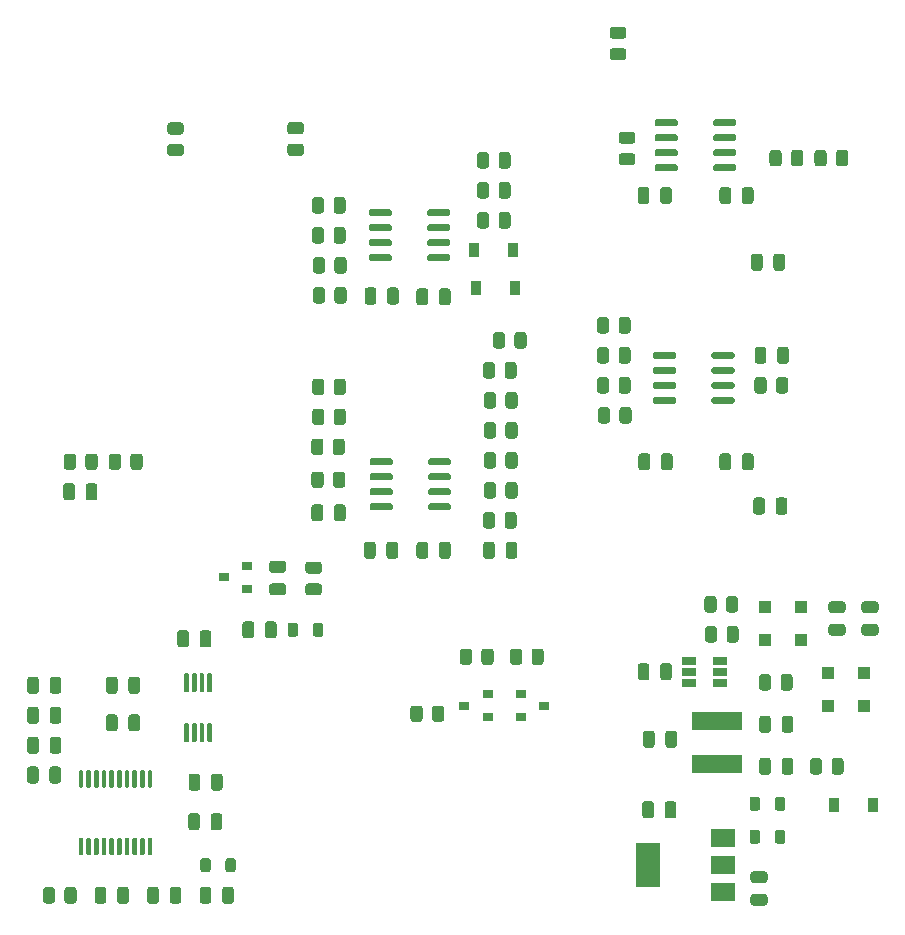
<source format=gtp>
G04 #@! TF.GenerationSoftware,KiCad,Pcbnew,5.1.10-88a1d61d58~90~ubuntu20.04.1*
G04 #@! TF.CreationDate,2021-07-20T14:54:31-04:00*
G04 #@! TF.ProjectId,whooshy_sound,77686f6f-7368-4795-9f73-6f756e642e6b,0.1*
G04 #@! TF.SameCoordinates,Original*
G04 #@! TF.FileFunction,Paste,Top*
G04 #@! TF.FilePolarity,Positive*
%FSLAX46Y46*%
G04 Gerber Fmt 4.6, Leading zero omitted, Abs format (unit mm)*
G04 Created by KiCad (PCBNEW 5.1.10-88a1d61d58~90~ubuntu20.04.1) date 2021-07-20 14:54:31*
%MOMM*%
%LPD*%
G01*
G04 APERTURE LIST*
%ADD10R,0.900000X0.800000*%
%ADD11R,4.200000X1.500000*%
%ADD12R,2.000000X1.500000*%
%ADD13R,2.000000X3.800000*%
%ADD14R,1.220000X0.650000*%
%ADD15R,0.900000X1.200000*%
%ADD16R,1.100000X1.100000*%
G04 APERTURE END LIST*
G36*
G01*
X141600500Y-111702001D02*
X141600500Y-110801999D01*
G75*
G02*
X141850499Y-110552000I249999J0D01*
G01*
X142375501Y-110552000D01*
G75*
G02*
X142625500Y-110801999I0J-249999D01*
G01*
X142625500Y-111702001D01*
G75*
G02*
X142375501Y-111952000I-249999J0D01*
G01*
X141850499Y-111952000D01*
G75*
G02*
X141600500Y-111702001I0J249999D01*
G01*
G37*
G36*
G01*
X139775500Y-111702001D02*
X139775500Y-110801999D01*
G75*
G02*
X140025499Y-110552000I249999J0D01*
G01*
X140550501Y-110552000D01*
G75*
G02*
X140800500Y-110801999I0J-249999D01*
G01*
X140800500Y-111702001D01*
G75*
G02*
X140550501Y-111952000I-249999J0D01*
G01*
X140025499Y-111952000D01*
G75*
G02*
X139775500Y-111702001I0J249999D01*
G01*
G37*
G36*
G01*
X145410500Y-111702001D02*
X145410500Y-110801999D01*
G75*
G02*
X145660499Y-110552000I249999J0D01*
G01*
X146185501Y-110552000D01*
G75*
G02*
X146435500Y-110801999I0J-249999D01*
G01*
X146435500Y-111702001D01*
G75*
G02*
X146185501Y-111952000I-249999J0D01*
G01*
X145660499Y-111952000D01*
G75*
G02*
X145410500Y-111702001I0J249999D01*
G01*
G37*
G36*
G01*
X143585500Y-111702001D02*
X143585500Y-110801999D01*
G75*
G02*
X143835499Y-110552000I249999J0D01*
G01*
X144360501Y-110552000D01*
G75*
G02*
X144610500Y-110801999I0J-249999D01*
G01*
X144610500Y-111702001D01*
G75*
G02*
X144360501Y-111952000I-249999J0D01*
G01*
X143835499Y-111952000D01*
G75*
G02*
X143585500Y-111702001I0J249999D01*
G01*
G37*
G36*
G01*
X140713000Y-113317000D02*
X140713000Y-114267000D01*
G75*
G02*
X140463000Y-114517000I-250000J0D01*
G01*
X139963000Y-114517000D01*
G75*
G02*
X139713000Y-114267000I0J250000D01*
G01*
X139713000Y-113317000D01*
G75*
G02*
X139963000Y-113067000I250000J0D01*
G01*
X140463000Y-113067000D01*
G75*
G02*
X140713000Y-113317000I0J-250000D01*
G01*
G37*
G36*
G01*
X142613000Y-113317000D02*
X142613000Y-114267000D01*
G75*
G02*
X142363000Y-114517000I-250000J0D01*
G01*
X141863000Y-114517000D01*
G75*
G02*
X141613000Y-114267000I0J250000D01*
G01*
X141613000Y-113317000D01*
G75*
G02*
X141863000Y-113067000I250000J0D01*
G01*
X142363000Y-113067000D01*
G75*
G02*
X142613000Y-113317000I0J-250000D01*
G01*
G37*
G36*
G01*
X191603500Y-105895000D02*
X191603500Y-106195000D01*
G75*
G02*
X191453500Y-106345000I-150000J0D01*
G01*
X189803500Y-106345000D01*
G75*
G02*
X189653500Y-106195000I0J150000D01*
G01*
X189653500Y-105895000D01*
G75*
G02*
X189803500Y-105745000I150000J0D01*
G01*
X191453500Y-105745000D01*
G75*
G02*
X191603500Y-105895000I0J-150000D01*
G01*
G37*
G36*
G01*
X191603500Y-104625000D02*
X191603500Y-104925000D01*
G75*
G02*
X191453500Y-105075000I-150000J0D01*
G01*
X189803500Y-105075000D01*
G75*
G02*
X189653500Y-104925000I0J150000D01*
G01*
X189653500Y-104625000D01*
G75*
G02*
X189803500Y-104475000I150000J0D01*
G01*
X191453500Y-104475000D01*
G75*
G02*
X191603500Y-104625000I0J-150000D01*
G01*
G37*
G36*
G01*
X191603500Y-103355000D02*
X191603500Y-103655000D01*
G75*
G02*
X191453500Y-103805000I-150000J0D01*
G01*
X189803500Y-103805000D01*
G75*
G02*
X189653500Y-103655000I0J150000D01*
G01*
X189653500Y-103355000D01*
G75*
G02*
X189803500Y-103205000I150000J0D01*
G01*
X191453500Y-103205000D01*
G75*
G02*
X191603500Y-103355000I0J-150000D01*
G01*
G37*
G36*
G01*
X191603500Y-102085000D02*
X191603500Y-102385000D01*
G75*
G02*
X191453500Y-102535000I-150000J0D01*
G01*
X189803500Y-102535000D01*
G75*
G02*
X189653500Y-102385000I0J150000D01*
G01*
X189653500Y-102085000D01*
G75*
G02*
X189803500Y-101935000I150000J0D01*
G01*
X191453500Y-101935000D01*
G75*
G02*
X191603500Y-102085000I0J-150000D01*
G01*
G37*
G36*
G01*
X196553500Y-102085000D02*
X196553500Y-102385000D01*
G75*
G02*
X196403500Y-102535000I-150000J0D01*
G01*
X194753500Y-102535000D01*
G75*
G02*
X194603500Y-102385000I0J150000D01*
G01*
X194603500Y-102085000D01*
G75*
G02*
X194753500Y-101935000I150000J0D01*
G01*
X196403500Y-101935000D01*
G75*
G02*
X196553500Y-102085000I0J-150000D01*
G01*
G37*
G36*
G01*
X196553500Y-103355000D02*
X196553500Y-103655000D01*
G75*
G02*
X196403500Y-103805000I-150000J0D01*
G01*
X194753500Y-103805000D01*
G75*
G02*
X194603500Y-103655000I0J150000D01*
G01*
X194603500Y-103355000D01*
G75*
G02*
X194753500Y-103205000I150000J0D01*
G01*
X196403500Y-103205000D01*
G75*
G02*
X196553500Y-103355000I0J-150000D01*
G01*
G37*
G36*
G01*
X196553500Y-104625000D02*
X196553500Y-104925000D01*
G75*
G02*
X196403500Y-105075000I-150000J0D01*
G01*
X194753500Y-105075000D01*
G75*
G02*
X194603500Y-104925000I0J150000D01*
G01*
X194603500Y-104625000D01*
G75*
G02*
X194753500Y-104475000I150000J0D01*
G01*
X196403500Y-104475000D01*
G75*
G02*
X196553500Y-104625000I0J-150000D01*
G01*
G37*
G36*
G01*
X196553500Y-105895000D02*
X196553500Y-106195000D01*
G75*
G02*
X196403500Y-106345000I-150000J0D01*
G01*
X194753500Y-106345000D01*
G75*
G02*
X194603500Y-106195000I0J150000D01*
G01*
X194603500Y-105895000D01*
G75*
G02*
X194753500Y-105745000I150000J0D01*
G01*
X196403500Y-105745000D01*
G75*
G02*
X196553500Y-105895000I0J-150000D01*
G01*
G37*
G36*
G01*
X167537000Y-93830000D02*
X167537000Y-94130000D01*
G75*
G02*
X167387000Y-94280000I-150000J0D01*
G01*
X165737000Y-94280000D01*
G75*
G02*
X165587000Y-94130000I0J150000D01*
G01*
X165587000Y-93830000D01*
G75*
G02*
X165737000Y-93680000I150000J0D01*
G01*
X167387000Y-93680000D01*
G75*
G02*
X167537000Y-93830000I0J-150000D01*
G01*
G37*
G36*
G01*
X167537000Y-92560000D02*
X167537000Y-92860000D01*
G75*
G02*
X167387000Y-93010000I-150000J0D01*
G01*
X165737000Y-93010000D01*
G75*
G02*
X165587000Y-92860000I0J150000D01*
G01*
X165587000Y-92560000D01*
G75*
G02*
X165737000Y-92410000I150000J0D01*
G01*
X167387000Y-92410000D01*
G75*
G02*
X167537000Y-92560000I0J-150000D01*
G01*
G37*
G36*
G01*
X167537000Y-91290000D02*
X167537000Y-91590000D01*
G75*
G02*
X167387000Y-91740000I-150000J0D01*
G01*
X165737000Y-91740000D01*
G75*
G02*
X165587000Y-91590000I0J150000D01*
G01*
X165587000Y-91290000D01*
G75*
G02*
X165737000Y-91140000I150000J0D01*
G01*
X167387000Y-91140000D01*
G75*
G02*
X167537000Y-91290000I0J-150000D01*
G01*
G37*
G36*
G01*
X167537000Y-90020000D02*
X167537000Y-90320000D01*
G75*
G02*
X167387000Y-90470000I-150000J0D01*
G01*
X165737000Y-90470000D01*
G75*
G02*
X165587000Y-90320000I0J150000D01*
G01*
X165587000Y-90020000D01*
G75*
G02*
X165737000Y-89870000I150000J0D01*
G01*
X167387000Y-89870000D01*
G75*
G02*
X167537000Y-90020000I0J-150000D01*
G01*
G37*
G36*
G01*
X172487000Y-90020000D02*
X172487000Y-90320000D01*
G75*
G02*
X172337000Y-90470000I-150000J0D01*
G01*
X170687000Y-90470000D01*
G75*
G02*
X170537000Y-90320000I0J150000D01*
G01*
X170537000Y-90020000D01*
G75*
G02*
X170687000Y-89870000I150000J0D01*
G01*
X172337000Y-89870000D01*
G75*
G02*
X172487000Y-90020000I0J-150000D01*
G01*
G37*
G36*
G01*
X172487000Y-91290000D02*
X172487000Y-91590000D01*
G75*
G02*
X172337000Y-91740000I-150000J0D01*
G01*
X170687000Y-91740000D01*
G75*
G02*
X170537000Y-91590000I0J150000D01*
G01*
X170537000Y-91290000D01*
G75*
G02*
X170687000Y-91140000I150000J0D01*
G01*
X172337000Y-91140000D01*
G75*
G02*
X172487000Y-91290000I0J-150000D01*
G01*
G37*
G36*
G01*
X172487000Y-92560000D02*
X172487000Y-92860000D01*
G75*
G02*
X172337000Y-93010000I-150000J0D01*
G01*
X170687000Y-93010000D01*
G75*
G02*
X170537000Y-92860000I0J150000D01*
G01*
X170537000Y-92560000D01*
G75*
G02*
X170687000Y-92410000I150000J0D01*
G01*
X172337000Y-92410000D01*
G75*
G02*
X172487000Y-92560000I0J-150000D01*
G01*
G37*
G36*
G01*
X172487000Y-93830000D02*
X172487000Y-94130000D01*
G75*
G02*
X172337000Y-94280000I-150000J0D01*
G01*
X170687000Y-94280000D01*
G75*
G02*
X170537000Y-94130000I0J150000D01*
G01*
X170537000Y-93830000D01*
G75*
G02*
X170687000Y-93680000I150000J0D01*
G01*
X172337000Y-93680000D01*
G75*
G02*
X172487000Y-93830000I0J-150000D01*
G01*
G37*
G36*
G01*
X167600500Y-114912000D02*
X167600500Y-115212000D01*
G75*
G02*
X167450500Y-115362000I-150000J0D01*
G01*
X165800500Y-115362000D01*
G75*
G02*
X165650500Y-115212000I0J150000D01*
G01*
X165650500Y-114912000D01*
G75*
G02*
X165800500Y-114762000I150000J0D01*
G01*
X167450500Y-114762000D01*
G75*
G02*
X167600500Y-114912000I0J-150000D01*
G01*
G37*
G36*
G01*
X167600500Y-113642000D02*
X167600500Y-113942000D01*
G75*
G02*
X167450500Y-114092000I-150000J0D01*
G01*
X165800500Y-114092000D01*
G75*
G02*
X165650500Y-113942000I0J150000D01*
G01*
X165650500Y-113642000D01*
G75*
G02*
X165800500Y-113492000I150000J0D01*
G01*
X167450500Y-113492000D01*
G75*
G02*
X167600500Y-113642000I0J-150000D01*
G01*
G37*
G36*
G01*
X167600500Y-112372000D02*
X167600500Y-112672000D01*
G75*
G02*
X167450500Y-112822000I-150000J0D01*
G01*
X165800500Y-112822000D01*
G75*
G02*
X165650500Y-112672000I0J150000D01*
G01*
X165650500Y-112372000D01*
G75*
G02*
X165800500Y-112222000I150000J0D01*
G01*
X167450500Y-112222000D01*
G75*
G02*
X167600500Y-112372000I0J-150000D01*
G01*
G37*
G36*
G01*
X167600500Y-111102000D02*
X167600500Y-111402000D01*
G75*
G02*
X167450500Y-111552000I-150000J0D01*
G01*
X165800500Y-111552000D01*
G75*
G02*
X165650500Y-111402000I0J150000D01*
G01*
X165650500Y-111102000D01*
G75*
G02*
X165800500Y-110952000I150000J0D01*
G01*
X167450500Y-110952000D01*
G75*
G02*
X167600500Y-111102000I0J-150000D01*
G01*
G37*
G36*
G01*
X172550500Y-111102000D02*
X172550500Y-111402000D01*
G75*
G02*
X172400500Y-111552000I-150000J0D01*
G01*
X170750500Y-111552000D01*
G75*
G02*
X170600500Y-111402000I0J150000D01*
G01*
X170600500Y-111102000D01*
G75*
G02*
X170750500Y-110952000I150000J0D01*
G01*
X172400500Y-110952000D01*
G75*
G02*
X172550500Y-111102000I0J-150000D01*
G01*
G37*
G36*
G01*
X172550500Y-112372000D02*
X172550500Y-112672000D01*
G75*
G02*
X172400500Y-112822000I-150000J0D01*
G01*
X170750500Y-112822000D01*
G75*
G02*
X170600500Y-112672000I0J150000D01*
G01*
X170600500Y-112372000D01*
G75*
G02*
X170750500Y-112222000I150000J0D01*
G01*
X172400500Y-112222000D01*
G75*
G02*
X172550500Y-112372000I0J-150000D01*
G01*
G37*
G36*
G01*
X172550500Y-113642000D02*
X172550500Y-113942000D01*
G75*
G02*
X172400500Y-114092000I-150000J0D01*
G01*
X170750500Y-114092000D01*
G75*
G02*
X170600500Y-113942000I0J150000D01*
G01*
X170600500Y-113642000D01*
G75*
G02*
X170750500Y-113492000I150000J0D01*
G01*
X172400500Y-113492000D01*
G75*
G02*
X172550500Y-113642000I0J-150000D01*
G01*
G37*
G36*
G01*
X172550500Y-114912000D02*
X172550500Y-115212000D01*
G75*
G02*
X172400500Y-115362000I-150000J0D01*
G01*
X170750500Y-115362000D01*
G75*
G02*
X170600500Y-115212000I0J150000D01*
G01*
X170600500Y-114912000D01*
G75*
G02*
X170750500Y-114762000I150000J0D01*
G01*
X172400500Y-114762000D01*
G75*
G02*
X172550500Y-114912000I0J-150000D01*
G01*
G37*
G36*
G01*
X179366500Y-128212002D02*
X179366500Y-127311998D01*
G75*
G02*
X179616498Y-127062000I249998J0D01*
G01*
X180141502Y-127062000D01*
G75*
G02*
X180391500Y-127311998I0J-249998D01*
G01*
X180391500Y-128212002D01*
G75*
G02*
X180141502Y-128462000I-249998J0D01*
G01*
X179616498Y-128462000D01*
G75*
G02*
X179366500Y-128212002I0J249998D01*
G01*
G37*
G36*
G01*
X177541500Y-128212002D02*
X177541500Y-127311998D01*
G75*
G02*
X177791498Y-127062000I249998J0D01*
G01*
X178316502Y-127062000D01*
G75*
G02*
X178566500Y-127311998I0J-249998D01*
G01*
X178566500Y-128212002D01*
G75*
G02*
X178316502Y-128462000I-249998J0D01*
G01*
X177791498Y-128462000D01*
G75*
G02*
X177541500Y-128212002I0J249998D01*
G01*
G37*
G36*
G01*
X175128500Y-128212002D02*
X175128500Y-127311998D01*
G75*
G02*
X175378498Y-127062000I249998J0D01*
G01*
X175903502Y-127062000D01*
G75*
G02*
X176153500Y-127311998I0J-249998D01*
G01*
X176153500Y-128212002D01*
G75*
G02*
X175903502Y-128462000I-249998J0D01*
G01*
X175378498Y-128462000D01*
G75*
G02*
X175128500Y-128212002I0J249998D01*
G01*
G37*
G36*
G01*
X173303500Y-128212002D02*
X173303500Y-127311998D01*
G75*
G02*
X173553498Y-127062000I249998J0D01*
G01*
X174078502Y-127062000D01*
G75*
G02*
X174328500Y-127311998I0J-249998D01*
G01*
X174328500Y-128212002D01*
G75*
G02*
X174078502Y-128462000I-249998J0D01*
G01*
X173553498Y-128462000D01*
G75*
G02*
X173303500Y-128212002I0J249998D01*
G01*
G37*
G36*
G01*
X170137500Y-132137998D02*
X170137500Y-133038002D01*
G75*
G02*
X169887502Y-133288000I-249998J0D01*
G01*
X169362498Y-133288000D01*
G75*
G02*
X169112500Y-133038002I0J249998D01*
G01*
X169112500Y-132137998D01*
G75*
G02*
X169362498Y-131888000I249998J0D01*
G01*
X169887502Y-131888000D01*
G75*
G02*
X170137500Y-132137998I0J-249998D01*
G01*
G37*
G36*
G01*
X171962500Y-132137998D02*
X171962500Y-133038002D01*
G75*
G02*
X171712502Y-133288000I-249998J0D01*
G01*
X171187498Y-133288000D01*
G75*
G02*
X170937500Y-133038002I0J249998D01*
G01*
X170937500Y-132137998D01*
G75*
G02*
X171187498Y-131888000I249998J0D01*
G01*
X171712502Y-131888000D01*
G75*
G02*
X171962500Y-132137998I0J-249998D01*
G01*
G37*
D10*
X173641000Y-131887000D03*
X175641000Y-130937000D03*
X175641000Y-132837000D03*
X180435000Y-131887000D03*
X178435000Y-132837000D03*
X178435000Y-130937000D03*
D11*
X195072000Y-133201000D03*
X195072000Y-136801000D03*
G36*
G01*
X150255000Y-130780000D02*
X150055000Y-130780000D01*
G75*
G02*
X149955000Y-130680000I0J100000D01*
G01*
X149955000Y-129255000D01*
G75*
G02*
X150055000Y-129155000I100000J0D01*
G01*
X150255000Y-129155000D01*
G75*
G02*
X150355000Y-129255000I0J-100000D01*
G01*
X150355000Y-130680000D01*
G75*
G02*
X150255000Y-130780000I-100000J0D01*
G01*
G37*
G36*
G01*
X150905000Y-130780000D02*
X150705000Y-130780000D01*
G75*
G02*
X150605000Y-130680000I0J100000D01*
G01*
X150605000Y-129255000D01*
G75*
G02*
X150705000Y-129155000I100000J0D01*
G01*
X150905000Y-129155000D01*
G75*
G02*
X151005000Y-129255000I0J-100000D01*
G01*
X151005000Y-130680000D01*
G75*
G02*
X150905000Y-130780000I-100000J0D01*
G01*
G37*
G36*
G01*
X151555000Y-130780000D02*
X151355000Y-130780000D01*
G75*
G02*
X151255000Y-130680000I0J100000D01*
G01*
X151255000Y-129255000D01*
G75*
G02*
X151355000Y-129155000I100000J0D01*
G01*
X151555000Y-129155000D01*
G75*
G02*
X151655000Y-129255000I0J-100000D01*
G01*
X151655000Y-130680000D01*
G75*
G02*
X151555000Y-130780000I-100000J0D01*
G01*
G37*
G36*
G01*
X152205000Y-130780000D02*
X152005000Y-130780000D01*
G75*
G02*
X151905000Y-130680000I0J100000D01*
G01*
X151905000Y-129255000D01*
G75*
G02*
X152005000Y-129155000I100000J0D01*
G01*
X152205000Y-129155000D01*
G75*
G02*
X152305000Y-129255000I0J-100000D01*
G01*
X152305000Y-130680000D01*
G75*
G02*
X152205000Y-130780000I-100000J0D01*
G01*
G37*
G36*
G01*
X152205000Y-135005000D02*
X152005000Y-135005000D01*
G75*
G02*
X151905000Y-134905000I0J100000D01*
G01*
X151905000Y-133480000D01*
G75*
G02*
X152005000Y-133380000I100000J0D01*
G01*
X152205000Y-133380000D01*
G75*
G02*
X152305000Y-133480000I0J-100000D01*
G01*
X152305000Y-134905000D01*
G75*
G02*
X152205000Y-135005000I-100000J0D01*
G01*
G37*
G36*
G01*
X151555000Y-135005000D02*
X151355000Y-135005000D01*
G75*
G02*
X151255000Y-134905000I0J100000D01*
G01*
X151255000Y-133480000D01*
G75*
G02*
X151355000Y-133380000I100000J0D01*
G01*
X151555000Y-133380000D01*
G75*
G02*
X151655000Y-133480000I0J-100000D01*
G01*
X151655000Y-134905000D01*
G75*
G02*
X151555000Y-135005000I-100000J0D01*
G01*
G37*
G36*
G01*
X150905000Y-135005000D02*
X150705000Y-135005000D01*
G75*
G02*
X150605000Y-134905000I0J100000D01*
G01*
X150605000Y-133480000D01*
G75*
G02*
X150705000Y-133380000I100000J0D01*
G01*
X150905000Y-133380000D01*
G75*
G02*
X151005000Y-133480000I0J-100000D01*
G01*
X151005000Y-134905000D01*
G75*
G02*
X150905000Y-135005000I-100000J0D01*
G01*
G37*
G36*
G01*
X150255000Y-135005000D02*
X150055000Y-135005000D01*
G75*
G02*
X149955000Y-134905000I0J100000D01*
G01*
X149955000Y-133480000D01*
G75*
G02*
X150055000Y-133380000I100000J0D01*
G01*
X150255000Y-133380000D01*
G75*
G02*
X150355000Y-133480000I0J-100000D01*
G01*
X150355000Y-134905000D01*
G75*
G02*
X150255000Y-135005000I-100000J0D01*
G01*
G37*
G36*
G01*
X141320000Y-138845000D02*
X141120000Y-138845000D01*
G75*
G02*
X141020000Y-138745000I0J100000D01*
G01*
X141020000Y-137470000D01*
G75*
G02*
X141120000Y-137370000I100000J0D01*
G01*
X141320000Y-137370000D01*
G75*
G02*
X141420000Y-137470000I0J-100000D01*
G01*
X141420000Y-138745000D01*
G75*
G02*
X141320000Y-138845000I-100000J0D01*
G01*
G37*
G36*
G01*
X141970000Y-138845000D02*
X141770000Y-138845000D01*
G75*
G02*
X141670000Y-138745000I0J100000D01*
G01*
X141670000Y-137470000D01*
G75*
G02*
X141770000Y-137370000I100000J0D01*
G01*
X141970000Y-137370000D01*
G75*
G02*
X142070000Y-137470000I0J-100000D01*
G01*
X142070000Y-138745000D01*
G75*
G02*
X141970000Y-138845000I-100000J0D01*
G01*
G37*
G36*
G01*
X142620000Y-138845000D02*
X142420000Y-138845000D01*
G75*
G02*
X142320000Y-138745000I0J100000D01*
G01*
X142320000Y-137470000D01*
G75*
G02*
X142420000Y-137370000I100000J0D01*
G01*
X142620000Y-137370000D01*
G75*
G02*
X142720000Y-137470000I0J-100000D01*
G01*
X142720000Y-138745000D01*
G75*
G02*
X142620000Y-138845000I-100000J0D01*
G01*
G37*
G36*
G01*
X143270000Y-138845000D02*
X143070000Y-138845000D01*
G75*
G02*
X142970000Y-138745000I0J100000D01*
G01*
X142970000Y-137470000D01*
G75*
G02*
X143070000Y-137370000I100000J0D01*
G01*
X143270000Y-137370000D01*
G75*
G02*
X143370000Y-137470000I0J-100000D01*
G01*
X143370000Y-138745000D01*
G75*
G02*
X143270000Y-138845000I-100000J0D01*
G01*
G37*
G36*
G01*
X143920000Y-138845000D02*
X143720000Y-138845000D01*
G75*
G02*
X143620000Y-138745000I0J100000D01*
G01*
X143620000Y-137470000D01*
G75*
G02*
X143720000Y-137370000I100000J0D01*
G01*
X143920000Y-137370000D01*
G75*
G02*
X144020000Y-137470000I0J-100000D01*
G01*
X144020000Y-138745000D01*
G75*
G02*
X143920000Y-138845000I-100000J0D01*
G01*
G37*
G36*
G01*
X144570000Y-138845000D02*
X144370000Y-138845000D01*
G75*
G02*
X144270000Y-138745000I0J100000D01*
G01*
X144270000Y-137470000D01*
G75*
G02*
X144370000Y-137370000I100000J0D01*
G01*
X144570000Y-137370000D01*
G75*
G02*
X144670000Y-137470000I0J-100000D01*
G01*
X144670000Y-138745000D01*
G75*
G02*
X144570000Y-138845000I-100000J0D01*
G01*
G37*
G36*
G01*
X145220000Y-138845000D02*
X145020000Y-138845000D01*
G75*
G02*
X144920000Y-138745000I0J100000D01*
G01*
X144920000Y-137470000D01*
G75*
G02*
X145020000Y-137370000I100000J0D01*
G01*
X145220000Y-137370000D01*
G75*
G02*
X145320000Y-137470000I0J-100000D01*
G01*
X145320000Y-138745000D01*
G75*
G02*
X145220000Y-138845000I-100000J0D01*
G01*
G37*
G36*
G01*
X145870000Y-138845000D02*
X145670000Y-138845000D01*
G75*
G02*
X145570000Y-138745000I0J100000D01*
G01*
X145570000Y-137470000D01*
G75*
G02*
X145670000Y-137370000I100000J0D01*
G01*
X145870000Y-137370000D01*
G75*
G02*
X145970000Y-137470000I0J-100000D01*
G01*
X145970000Y-138745000D01*
G75*
G02*
X145870000Y-138845000I-100000J0D01*
G01*
G37*
G36*
G01*
X146520000Y-138845000D02*
X146320000Y-138845000D01*
G75*
G02*
X146220000Y-138745000I0J100000D01*
G01*
X146220000Y-137470000D01*
G75*
G02*
X146320000Y-137370000I100000J0D01*
G01*
X146520000Y-137370000D01*
G75*
G02*
X146620000Y-137470000I0J-100000D01*
G01*
X146620000Y-138745000D01*
G75*
G02*
X146520000Y-138845000I-100000J0D01*
G01*
G37*
G36*
G01*
X147170000Y-138845000D02*
X146970000Y-138845000D01*
G75*
G02*
X146870000Y-138745000I0J100000D01*
G01*
X146870000Y-137470000D01*
G75*
G02*
X146970000Y-137370000I100000J0D01*
G01*
X147170000Y-137370000D01*
G75*
G02*
X147270000Y-137470000I0J-100000D01*
G01*
X147270000Y-138745000D01*
G75*
G02*
X147170000Y-138845000I-100000J0D01*
G01*
G37*
G36*
G01*
X147170000Y-144570000D02*
X146970000Y-144570000D01*
G75*
G02*
X146870000Y-144470000I0J100000D01*
G01*
X146870000Y-143195000D01*
G75*
G02*
X146970000Y-143095000I100000J0D01*
G01*
X147170000Y-143095000D01*
G75*
G02*
X147270000Y-143195000I0J-100000D01*
G01*
X147270000Y-144470000D01*
G75*
G02*
X147170000Y-144570000I-100000J0D01*
G01*
G37*
G36*
G01*
X146520000Y-144570000D02*
X146320000Y-144570000D01*
G75*
G02*
X146220000Y-144470000I0J100000D01*
G01*
X146220000Y-143195000D01*
G75*
G02*
X146320000Y-143095000I100000J0D01*
G01*
X146520000Y-143095000D01*
G75*
G02*
X146620000Y-143195000I0J-100000D01*
G01*
X146620000Y-144470000D01*
G75*
G02*
X146520000Y-144570000I-100000J0D01*
G01*
G37*
G36*
G01*
X145870000Y-144570000D02*
X145670000Y-144570000D01*
G75*
G02*
X145570000Y-144470000I0J100000D01*
G01*
X145570000Y-143195000D01*
G75*
G02*
X145670000Y-143095000I100000J0D01*
G01*
X145870000Y-143095000D01*
G75*
G02*
X145970000Y-143195000I0J-100000D01*
G01*
X145970000Y-144470000D01*
G75*
G02*
X145870000Y-144570000I-100000J0D01*
G01*
G37*
G36*
G01*
X145220000Y-144570000D02*
X145020000Y-144570000D01*
G75*
G02*
X144920000Y-144470000I0J100000D01*
G01*
X144920000Y-143195000D01*
G75*
G02*
X145020000Y-143095000I100000J0D01*
G01*
X145220000Y-143095000D01*
G75*
G02*
X145320000Y-143195000I0J-100000D01*
G01*
X145320000Y-144470000D01*
G75*
G02*
X145220000Y-144570000I-100000J0D01*
G01*
G37*
G36*
G01*
X144570000Y-144570000D02*
X144370000Y-144570000D01*
G75*
G02*
X144270000Y-144470000I0J100000D01*
G01*
X144270000Y-143195000D01*
G75*
G02*
X144370000Y-143095000I100000J0D01*
G01*
X144570000Y-143095000D01*
G75*
G02*
X144670000Y-143195000I0J-100000D01*
G01*
X144670000Y-144470000D01*
G75*
G02*
X144570000Y-144570000I-100000J0D01*
G01*
G37*
G36*
G01*
X143920000Y-144570000D02*
X143720000Y-144570000D01*
G75*
G02*
X143620000Y-144470000I0J100000D01*
G01*
X143620000Y-143195000D01*
G75*
G02*
X143720000Y-143095000I100000J0D01*
G01*
X143920000Y-143095000D01*
G75*
G02*
X144020000Y-143195000I0J-100000D01*
G01*
X144020000Y-144470000D01*
G75*
G02*
X143920000Y-144570000I-100000J0D01*
G01*
G37*
G36*
G01*
X143270000Y-144570000D02*
X143070000Y-144570000D01*
G75*
G02*
X142970000Y-144470000I0J100000D01*
G01*
X142970000Y-143195000D01*
G75*
G02*
X143070000Y-143095000I100000J0D01*
G01*
X143270000Y-143095000D01*
G75*
G02*
X143370000Y-143195000I0J-100000D01*
G01*
X143370000Y-144470000D01*
G75*
G02*
X143270000Y-144570000I-100000J0D01*
G01*
G37*
G36*
G01*
X142620000Y-144570000D02*
X142420000Y-144570000D01*
G75*
G02*
X142320000Y-144470000I0J100000D01*
G01*
X142320000Y-143195000D01*
G75*
G02*
X142420000Y-143095000I100000J0D01*
G01*
X142620000Y-143095000D01*
G75*
G02*
X142720000Y-143195000I0J-100000D01*
G01*
X142720000Y-144470000D01*
G75*
G02*
X142620000Y-144570000I-100000J0D01*
G01*
G37*
G36*
G01*
X141970000Y-144570000D02*
X141770000Y-144570000D01*
G75*
G02*
X141670000Y-144470000I0J100000D01*
G01*
X141670000Y-143195000D01*
G75*
G02*
X141770000Y-143095000I100000J0D01*
G01*
X141970000Y-143095000D01*
G75*
G02*
X142070000Y-143195000I0J-100000D01*
G01*
X142070000Y-144470000D01*
G75*
G02*
X141970000Y-144570000I-100000J0D01*
G01*
G37*
G36*
G01*
X141320000Y-144570000D02*
X141120000Y-144570000D01*
G75*
G02*
X141020000Y-144470000I0J100000D01*
G01*
X141020000Y-143195000D01*
G75*
G02*
X141120000Y-143095000I100000J0D01*
G01*
X141320000Y-143095000D01*
G75*
G02*
X141420000Y-143195000I0J-100000D01*
G01*
X141420000Y-144470000D01*
G75*
G02*
X141320000Y-144570000I-100000J0D01*
G01*
G37*
D12*
X195555000Y-147715000D03*
X195555000Y-143115000D03*
X195555000Y-145415000D03*
D13*
X189255000Y-145415000D03*
D14*
X192706000Y-129982000D03*
X192706000Y-129032000D03*
X192706000Y-128082000D03*
X195326000Y-128082000D03*
X195326000Y-129032000D03*
X195326000Y-129982000D03*
D10*
X153305000Y-121031000D03*
X155305000Y-120081000D03*
X155305000Y-121981000D03*
G36*
G01*
X191732000Y-86210000D02*
X191732000Y-86510000D01*
G75*
G02*
X191582000Y-86660000I-150000J0D01*
G01*
X189932000Y-86660000D01*
G75*
G02*
X189782000Y-86510000I0J150000D01*
G01*
X189782000Y-86210000D01*
G75*
G02*
X189932000Y-86060000I150000J0D01*
G01*
X191582000Y-86060000D01*
G75*
G02*
X191732000Y-86210000I0J-150000D01*
G01*
G37*
G36*
G01*
X191732000Y-84940000D02*
X191732000Y-85240000D01*
G75*
G02*
X191582000Y-85390000I-150000J0D01*
G01*
X189932000Y-85390000D01*
G75*
G02*
X189782000Y-85240000I0J150000D01*
G01*
X189782000Y-84940000D01*
G75*
G02*
X189932000Y-84790000I150000J0D01*
G01*
X191582000Y-84790000D01*
G75*
G02*
X191732000Y-84940000I0J-150000D01*
G01*
G37*
G36*
G01*
X191732000Y-83670000D02*
X191732000Y-83970000D01*
G75*
G02*
X191582000Y-84120000I-150000J0D01*
G01*
X189932000Y-84120000D01*
G75*
G02*
X189782000Y-83970000I0J150000D01*
G01*
X189782000Y-83670000D01*
G75*
G02*
X189932000Y-83520000I150000J0D01*
G01*
X191582000Y-83520000D01*
G75*
G02*
X191732000Y-83670000I0J-150000D01*
G01*
G37*
G36*
G01*
X191732000Y-82400000D02*
X191732000Y-82700000D01*
G75*
G02*
X191582000Y-82850000I-150000J0D01*
G01*
X189932000Y-82850000D01*
G75*
G02*
X189782000Y-82700000I0J150000D01*
G01*
X189782000Y-82400000D01*
G75*
G02*
X189932000Y-82250000I150000J0D01*
G01*
X191582000Y-82250000D01*
G75*
G02*
X191732000Y-82400000I0J-150000D01*
G01*
G37*
G36*
G01*
X196682000Y-82400000D02*
X196682000Y-82700000D01*
G75*
G02*
X196532000Y-82850000I-150000J0D01*
G01*
X194882000Y-82850000D01*
G75*
G02*
X194732000Y-82700000I0J150000D01*
G01*
X194732000Y-82400000D01*
G75*
G02*
X194882000Y-82250000I150000J0D01*
G01*
X196532000Y-82250000D01*
G75*
G02*
X196682000Y-82400000I0J-150000D01*
G01*
G37*
G36*
G01*
X196682000Y-83670000D02*
X196682000Y-83970000D01*
G75*
G02*
X196532000Y-84120000I-150000J0D01*
G01*
X194882000Y-84120000D01*
G75*
G02*
X194732000Y-83970000I0J150000D01*
G01*
X194732000Y-83670000D01*
G75*
G02*
X194882000Y-83520000I150000J0D01*
G01*
X196532000Y-83520000D01*
G75*
G02*
X196682000Y-83670000I0J-150000D01*
G01*
G37*
G36*
G01*
X196682000Y-84940000D02*
X196682000Y-85240000D01*
G75*
G02*
X196532000Y-85390000I-150000J0D01*
G01*
X194882000Y-85390000D01*
G75*
G02*
X194732000Y-85240000I0J150000D01*
G01*
X194732000Y-84940000D01*
G75*
G02*
X194882000Y-84790000I150000J0D01*
G01*
X196532000Y-84790000D01*
G75*
G02*
X196682000Y-84940000I0J-150000D01*
G01*
G37*
G36*
G01*
X196682000Y-86210000D02*
X196682000Y-86510000D01*
G75*
G02*
X196532000Y-86660000I-150000J0D01*
G01*
X194882000Y-86660000D01*
G75*
G02*
X194732000Y-86510000I0J150000D01*
G01*
X194732000Y-86210000D01*
G75*
G02*
X194882000Y-86060000I150000J0D01*
G01*
X196532000Y-86060000D01*
G75*
G02*
X196682000Y-86210000I0J-150000D01*
G01*
G37*
G36*
G01*
X139022500Y-147504998D02*
X139022500Y-148405002D01*
G75*
G02*
X138772502Y-148655000I-249998J0D01*
G01*
X138247498Y-148655000D01*
G75*
G02*
X137997500Y-148405002I0J249998D01*
G01*
X137997500Y-147504998D01*
G75*
G02*
X138247498Y-147255000I249998J0D01*
G01*
X138772502Y-147255000D01*
G75*
G02*
X139022500Y-147504998I0J-249998D01*
G01*
G37*
G36*
G01*
X140847500Y-147504998D02*
X140847500Y-148405002D01*
G75*
G02*
X140597502Y-148655000I-249998J0D01*
G01*
X140072498Y-148655000D01*
G75*
G02*
X139822500Y-148405002I0J249998D01*
G01*
X139822500Y-147504998D01*
G75*
G02*
X140072498Y-147255000I249998J0D01*
G01*
X140597502Y-147255000D01*
G75*
G02*
X140847500Y-147504998I0J-249998D01*
G01*
G37*
G36*
G01*
X186812500Y-107765002D02*
X186812500Y-106864998D01*
G75*
G02*
X187062498Y-106615000I249998J0D01*
G01*
X187587502Y-106615000D01*
G75*
G02*
X187837500Y-106864998I0J-249998D01*
G01*
X187837500Y-107765002D01*
G75*
G02*
X187587502Y-108015000I-249998J0D01*
G01*
X187062498Y-108015000D01*
G75*
G02*
X186812500Y-107765002I0J249998D01*
G01*
G37*
G36*
G01*
X184987500Y-107765002D02*
X184987500Y-106864998D01*
G75*
G02*
X185237498Y-106615000I249998J0D01*
G01*
X185762502Y-106615000D01*
G75*
G02*
X186012500Y-106864998I0J-249998D01*
G01*
X186012500Y-107765002D01*
G75*
G02*
X185762502Y-108015000I-249998J0D01*
G01*
X185237498Y-108015000D01*
G75*
G02*
X184987500Y-107765002I0J249998D01*
G01*
G37*
G36*
G01*
X185932500Y-101784998D02*
X185932500Y-102685002D01*
G75*
G02*
X185682502Y-102935000I-249998J0D01*
G01*
X185157498Y-102935000D01*
G75*
G02*
X184907500Y-102685002I0J249998D01*
G01*
X184907500Y-101784998D01*
G75*
G02*
X185157498Y-101535000I249998J0D01*
G01*
X185682502Y-101535000D01*
G75*
G02*
X185932500Y-101784998I0J-249998D01*
G01*
G37*
G36*
G01*
X187757500Y-101784998D02*
X187757500Y-102685002D01*
G75*
G02*
X187507502Y-102935000I-249998J0D01*
G01*
X186982498Y-102935000D01*
G75*
G02*
X186732500Y-102685002I0J249998D01*
G01*
X186732500Y-101784998D01*
G75*
G02*
X186982498Y-101535000I249998J0D01*
G01*
X187507502Y-101535000D01*
G75*
G02*
X187757500Y-101784998I0J-249998D01*
G01*
G37*
G36*
G01*
X185932500Y-99244998D02*
X185932500Y-100145002D01*
G75*
G02*
X185682502Y-100395000I-249998J0D01*
G01*
X185157498Y-100395000D01*
G75*
G02*
X184907500Y-100145002I0J249998D01*
G01*
X184907500Y-99244998D01*
G75*
G02*
X185157498Y-98995000I249998J0D01*
G01*
X185682502Y-98995000D01*
G75*
G02*
X185932500Y-99244998I0J-249998D01*
G01*
G37*
G36*
G01*
X187757500Y-99244998D02*
X187757500Y-100145002D01*
G75*
G02*
X187507502Y-100395000I-249998J0D01*
G01*
X186982498Y-100395000D01*
G75*
G02*
X186732500Y-100145002I0J249998D01*
G01*
X186732500Y-99244998D01*
G75*
G02*
X186982498Y-98995000I249998J0D01*
G01*
X187507502Y-98995000D01*
G75*
G02*
X187757500Y-99244998I0J-249998D01*
G01*
G37*
G36*
G01*
X185932500Y-104324998D02*
X185932500Y-105225002D01*
G75*
G02*
X185682502Y-105475000I-249998J0D01*
G01*
X185157498Y-105475000D01*
G75*
G02*
X184907500Y-105225002I0J249998D01*
G01*
X184907500Y-104324998D01*
G75*
G02*
X185157498Y-104075000I249998J0D01*
G01*
X185682502Y-104075000D01*
G75*
G02*
X185932500Y-104324998I0J-249998D01*
G01*
G37*
G36*
G01*
X187757500Y-104324998D02*
X187757500Y-105225002D01*
G75*
G02*
X187507502Y-105475000I-249998J0D01*
G01*
X186982498Y-105475000D01*
G75*
G02*
X186732500Y-105225002I0J249998D01*
G01*
X186732500Y-104324998D01*
G75*
G02*
X186982498Y-104075000I249998J0D01*
G01*
X187507502Y-104075000D01*
G75*
G02*
X187757500Y-104324998I0J-249998D01*
G01*
G37*
G36*
G01*
X199267500Y-104324998D02*
X199267500Y-105225002D01*
G75*
G02*
X199017502Y-105475000I-249998J0D01*
G01*
X198492498Y-105475000D01*
G75*
G02*
X198242500Y-105225002I0J249998D01*
G01*
X198242500Y-104324998D01*
G75*
G02*
X198492498Y-104075000I249998J0D01*
G01*
X199017502Y-104075000D01*
G75*
G02*
X199267500Y-104324998I0J-249998D01*
G01*
G37*
G36*
G01*
X201092500Y-104324998D02*
X201092500Y-105225002D01*
G75*
G02*
X200842502Y-105475000I-249998J0D01*
G01*
X200317498Y-105475000D01*
G75*
G02*
X200067500Y-105225002I0J249998D01*
G01*
X200067500Y-104324998D01*
G75*
G02*
X200317498Y-104075000I249998J0D01*
G01*
X200842502Y-104075000D01*
G75*
G02*
X201092500Y-104324998I0J-249998D01*
G01*
G37*
G36*
G01*
X161882500Y-96704998D02*
X161882500Y-97605002D01*
G75*
G02*
X161632502Y-97855000I-249998J0D01*
G01*
X161107498Y-97855000D01*
G75*
G02*
X160857500Y-97605002I0J249998D01*
G01*
X160857500Y-96704998D01*
G75*
G02*
X161107498Y-96455000I249998J0D01*
G01*
X161632502Y-96455000D01*
G75*
G02*
X161882500Y-96704998I0J-249998D01*
G01*
G37*
G36*
G01*
X163707500Y-96704998D02*
X163707500Y-97605002D01*
G75*
G02*
X163457502Y-97855000I-249998J0D01*
G01*
X162932498Y-97855000D01*
G75*
G02*
X162682500Y-97605002I0J249998D01*
G01*
X162682500Y-96704998D01*
G75*
G02*
X162932498Y-96455000I249998J0D01*
G01*
X163457502Y-96455000D01*
G75*
G02*
X163707500Y-96704998I0J-249998D01*
G01*
G37*
G36*
G01*
X162682500Y-95065002D02*
X162682500Y-94164998D01*
G75*
G02*
X162932498Y-93915000I249998J0D01*
G01*
X163457502Y-93915000D01*
G75*
G02*
X163707500Y-94164998I0J-249998D01*
G01*
X163707500Y-95065002D01*
G75*
G02*
X163457502Y-95315000I-249998J0D01*
G01*
X162932498Y-95315000D01*
G75*
G02*
X162682500Y-95065002I0J249998D01*
G01*
G37*
G36*
G01*
X160857500Y-95065002D02*
X160857500Y-94164998D01*
G75*
G02*
X161107498Y-93915000I249998J0D01*
G01*
X161632502Y-93915000D01*
G75*
G02*
X161882500Y-94164998I0J-249998D01*
G01*
X161882500Y-95065002D01*
G75*
G02*
X161632502Y-95315000I-249998J0D01*
G01*
X161107498Y-95315000D01*
G75*
G02*
X160857500Y-95065002I0J249998D01*
G01*
G37*
G36*
G01*
X162602500Y-89985002D02*
X162602500Y-89084998D01*
G75*
G02*
X162852498Y-88835000I249998J0D01*
G01*
X163377502Y-88835000D01*
G75*
G02*
X163627500Y-89084998I0J-249998D01*
G01*
X163627500Y-89985002D01*
G75*
G02*
X163377502Y-90235000I-249998J0D01*
G01*
X162852498Y-90235000D01*
G75*
G02*
X162602500Y-89985002I0J249998D01*
G01*
G37*
G36*
G01*
X160777500Y-89985002D02*
X160777500Y-89084998D01*
G75*
G02*
X161027498Y-88835000I249998J0D01*
G01*
X161552502Y-88835000D01*
G75*
G02*
X161802500Y-89084998I0J-249998D01*
G01*
X161802500Y-89985002D01*
G75*
G02*
X161552502Y-90235000I-249998J0D01*
G01*
X161027498Y-90235000D01*
G75*
G02*
X160777500Y-89985002I0J249998D01*
G01*
G37*
G36*
G01*
X161802500Y-91624998D02*
X161802500Y-92525002D01*
G75*
G02*
X161552502Y-92775000I-249998J0D01*
G01*
X161027498Y-92775000D01*
G75*
G02*
X160777500Y-92525002I0J249998D01*
G01*
X160777500Y-91624998D01*
G75*
G02*
X161027498Y-91375000I249998J0D01*
G01*
X161552502Y-91375000D01*
G75*
G02*
X161802500Y-91624998I0J-249998D01*
G01*
G37*
G36*
G01*
X163627500Y-91624998D02*
X163627500Y-92525002D01*
G75*
G02*
X163377502Y-92775000I-249998J0D01*
G01*
X162852498Y-92775000D01*
G75*
G02*
X162602500Y-92525002I0J249998D01*
G01*
X162602500Y-91624998D01*
G75*
G02*
X162852498Y-91375000I249998J0D01*
G01*
X163377502Y-91375000D01*
G75*
G02*
X163627500Y-91624998I0J-249998D01*
G01*
G37*
G36*
G01*
X175772500Y-90354998D02*
X175772500Y-91255002D01*
G75*
G02*
X175522502Y-91505000I-249998J0D01*
G01*
X174997498Y-91505000D01*
G75*
G02*
X174747500Y-91255002I0J249998D01*
G01*
X174747500Y-90354998D01*
G75*
G02*
X174997498Y-90105000I249998J0D01*
G01*
X175522502Y-90105000D01*
G75*
G02*
X175772500Y-90354998I0J-249998D01*
G01*
G37*
G36*
G01*
X177597500Y-90354998D02*
X177597500Y-91255002D01*
G75*
G02*
X177347502Y-91505000I-249998J0D01*
G01*
X176822498Y-91505000D01*
G75*
G02*
X176572500Y-91255002I0J249998D01*
G01*
X176572500Y-90354998D01*
G75*
G02*
X176822498Y-90105000I249998J0D01*
G01*
X177347502Y-90105000D01*
G75*
G02*
X177597500Y-90354998I0J-249998D01*
G01*
G37*
G36*
G01*
X175772500Y-87814998D02*
X175772500Y-88715002D01*
G75*
G02*
X175522502Y-88965000I-249998J0D01*
G01*
X174997498Y-88965000D01*
G75*
G02*
X174747500Y-88715002I0J249998D01*
G01*
X174747500Y-87814998D01*
G75*
G02*
X174997498Y-87565000I249998J0D01*
G01*
X175522502Y-87565000D01*
G75*
G02*
X175772500Y-87814998I0J-249998D01*
G01*
G37*
G36*
G01*
X177597500Y-87814998D02*
X177597500Y-88715002D01*
G75*
G02*
X177347502Y-88965000I-249998J0D01*
G01*
X176822498Y-88965000D01*
G75*
G02*
X176572500Y-88715002I0J249998D01*
G01*
X176572500Y-87814998D01*
G75*
G02*
X176822498Y-87565000I249998J0D01*
G01*
X177347502Y-87565000D01*
G75*
G02*
X177597500Y-87814998I0J-249998D01*
G01*
G37*
G36*
G01*
X176572500Y-86175002D02*
X176572500Y-85274998D01*
G75*
G02*
X176822498Y-85025000I249998J0D01*
G01*
X177347502Y-85025000D01*
G75*
G02*
X177597500Y-85274998I0J-249998D01*
G01*
X177597500Y-86175002D01*
G75*
G02*
X177347502Y-86425000I-249998J0D01*
G01*
X176822498Y-86425000D01*
G75*
G02*
X176572500Y-86175002I0J249998D01*
G01*
G37*
G36*
G01*
X174747500Y-86175002D02*
X174747500Y-85274998D01*
G75*
G02*
X174997498Y-85025000I249998J0D01*
G01*
X175522502Y-85025000D01*
G75*
G02*
X175772500Y-85274998I0J-249998D01*
G01*
X175772500Y-86175002D01*
G75*
G02*
X175522502Y-86425000I-249998J0D01*
G01*
X174997498Y-86425000D01*
G75*
G02*
X174747500Y-86175002I0J249998D01*
G01*
G37*
G36*
G01*
X176280500Y-115754998D02*
X176280500Y-116655002D01*
G75*
G02*
X176030502Y-116905000I-249998J0D01*
G01*
X175505498Y-116905000D01*
G75*
G02*
X175255500Y-116655002I0J249998D01*
G01*
X175255500Y-115754998D01*
G75*
G02*
X175505498Y-115505000I249998J0D01*
G01*
X176030502Y-115505000D01*
G75*
G02*
X176280500Y-115754998I0J-249998D01*
G01*
G37*
G36*
G01*
X178105500Y-115754998D02*
X178105500Y-116655002D01*
G75*
G02*
X177855502Y-116905000I-249998J0D01*
G01*
X177330498Y-116905000D01*
G75*
G02*
X177080500Y-116655002I0J249998D01*
G01*
X177080500Y-115754998D01*
G75*
G02*
X177330498Y-115505000I249998J0D01*
G01*
X177855502Y-115505000D01*
G75*
G02*
X178105500Y-115754998I0J-249998D01*
G01*
G37*
G36*
G01*
X176280500Y-103054998D02*
X176280500Y-103955002D01*
G75*
G02*
X176030502Y-104205000I-249998J0D01*
G01*
X175505498Y-104205000D01*
G75*
G02*
X175255500Y-103955002I0J249998D01*
G01*
X175255500Y-103054998D01*
G75*
G02*
X175505498Y-102805000I249998J0D01*
G01*
X176030502Y-102805000D01*
G75*
G02*
X176280500Y-103054998I0J-249998D01*
G01*
G37*
G36*
G01*
X178105500Y-103054998D02*
X178105500Y-103955002D01*
G75*
G02*
X177855502Y-104205000I-249998J0D01*
G01*
X177330498Y-104205000D01*
G75*
G02*
X177080500Y-103955002I0J249998D01*
G01*
X177080500Y-103054998D01*
G75*
G02*
X177330498Y-102805000I249998J0D01*
G01*
X177855502Y-102805000D01*
G75*
G02*
X178105500Y-103054998I0J-249998D01*
G01*
G37*
G36*
G01*
X177122500Y-100514998D02*
X177122500Y-101415002D01*
G75*
G02*
X176872502Y-101665000I-249998J0D01*
G01*
X176347498Y-101665000D01*
G75*
G02*
X176097500Y-101415002I0J249998D01*
G01*
X176097500Y-100514998D01*
G75*
G02*
X176347498Y-100265000I249998J0D01*
G01*
X176872502Y-100265000D01*
G75*
G02*
X177122500Y-100514998I0J-249998D01*
G01*
G37*
G36*
G01*
X178947500Y-100514998D02*
X178947500Y-101415002D01*
G75*
G02*
X178697502Y-101665000I-249998J0D01*
G01*
X178172498Y-101665000D01*
G75*
G02*
X177922500Y-101415002I0J249998D01*
G01*
X177922500Y-100514998D01*
G75*
G02*
X178172498Y-100265000I249998J0D01*
G01*
X178697502Y-100265000D01*
G75*
G02*
X178947500Y-100514998I0J-249998D01*
G01*
G37*
G36*
G01*
X177160500Y-114115002D02*
X177160500Y-113214998D01*
G75*
G02*
X177410498Y-112965000I249998J0D01*
G01*
X177935502Y-112965000D01*
G75*
G02*
X178185500Y-113214998I0J-249998D01*
G01*
X178185500Y-114115002D01*
G75*
G02*
X177935502Y-114365000I-249998J0D01*
G01*
X177410498Y-114365000D01*
G75*
G02*
X177160500Y-114115002I0J249998D01*
G01*
G37*
G36*
G01*
X175335500Y-114115002D02*
X175335500Y-113214998D01*
G75*
G02*
X175585498Y-112965000I249998J0D01*
G01*
X176110502Y-112965000D01*
G75*
G02*
X176360500Y-113214998I0J-249998D01*
G01*
X176360500Y-114115002D01*
G75*
G02*
X176110502Y-114365000I-249998J0D01*
G01*
X175585498Y-114365000D01*
G75*
G02*
X175335500Y-114115002I0J249998D01*
G01*
G37*
G36*
G01*
X177160500Y-111575002D02*
X177160500Y-110674998D01*
G75*
G02*
X177410498Y-110425000I249998J0D01*
G01*
X177935502Y-110425000D01*
G75*
G02*
X178185500Y-110674998I0J-249998D01*
G01*
X178185500Y-111575002D01*
G75*
G02*
X177935502Y-111825000I-249998J0D01*
G01*
X177410498Y-111825000D01*
G75*
G02*
X177160500Y-111575002I0J249998D01*
G01*
G37*
G36*
G01*
X175335500Y-111575002D02*
X175335500Y-110674998D01*
G75*
G02*
X175585498Y-110425000I249998J0D01*
G01*
X176110502Y-110425000D01*
G75*
G02*
X176360500Y-110674998I0J-249998D01*
G01*
X176360500Y-111575002D01*
G75*
G02*
X176110502Y-111825000I-249998J0D01*
G01*
X175585498Y-111825000D01*
G75*
G02*
X175335500Y-111575002I0J249998D01*
G01*
G37*
G36*
G01*
X177160500Y-109035002D02*
X177160500Y-108134998D01*
G75*
G02*
X177410498Y-107885000I249998J0D01*
G01*
X177935502Y-107885000D01*
G75*
G02*
X178185500Y-108134998I0J-249998D01*
G01*
X178185500Y-109035002D01*
G75*
G02*
X177935502Y-109285000I-249998J0D01*
G01*
X177410498Y-109285000D01*
G75*
G02*
X177160500Y-109035002I0J249998D01*
G01*
G37*
G36*
G01*
X175335500Y-109035002D02*
X175335500Y-108134998D01*
G75*
G02*
X175585498Y-107885000I249998J0D01*
G01*
X176110502Y-107885000D01*
G75*
G02*
X176360500Y-108134998I0J-249998D01*
G01*
X176360500Y-109035002D01*
G75*
G02*
X176110502Y-109285000I-249998J0D01*
G01*
X175585498Y-109285000D01*
G75*
G02*
X175335500Y-109035002I0J249998D01*
G01*
G37*
G36*
G01*
X177160500Y-106495002D02*
X177160500Y-105594998D01*
G75*
G02*
X177410498Y-105345000I249998J0D01*
G01*
X177935502Y-105345000D01*
G75*
G02*
X178185500Y-105594998I0J-249998D01*
G01*
X178185500Y-106495002D01*
G75*
G02*
X177935502Y-106745000I-249998J0D01*
G01*
X177410498Y-106745000D01*
G75*
G02*
X177160500Y-106495002I0J249998D01*
G01*
G37*
G36*
G01*
X175335500Y-106495002D02*
X175335500Y-105594998D01*
G75*
G02*
X175585498Y-105345000I249998J0D01*
G01*
X176110502Y-105345000D01*
G75*
G02*
X176360500Y-105594998I0J-249998D01*
G01*
X176360500Y-106495002D01*
G75*
G02*
X176110502Y-106745000I-249998J0D01*
G01*
X175585498Y-106745000D01*
G75*
G02*
X175335500Y-106495002I0J249998D01*
G01*
G37*
G36*
G01*
X159835002Y-83523500D02*
X158934998Y-83523500D01*
G75*
G02*
X158685000Y-83273502I0J249998D01*
G01*
X158685000Y-82748498D01*
G75*
G02*
X158934998Y-82498500I249998J0D01*
G01*
X159835002Y-82498500D01*
G75*
G02*
X160085000Y-82748498I0J-249998D01*
G01*
X160085000Y-83273502D01*
G75*
G02*
X159835002Y-83523500I-249998J0D01*
G01*
G37*
G36*
G01*
X159835002Y-85348500D02*
X158934998Y-85348500D01*
G75*
G02*
X158685000Y-85098502I0J249998D01*
G01*
X158685000Y-84573498D01*
G75*
G02*
X158934998Y-84323500I249998J0D01*
G01*
X159835002Y-84323500D01*
G75*
G02*
X160085000Y-84573498I0J-249998D01*
G01*
X160085000Y-85098502D01*
G75*
G02*
X159835002Y-85348500I-249998J0D01*
G01*
G37*
G36*
G01*
X162555500Y-113226002D02*
X162555500Y-112325998D01*
G75*
G02*
X162805498Y-112076000I249998J0D01*
G01*
X163330502Y-112076000D01*
G75*
G02*
X163580500Y-112325998I0J-249998D01*
G01*
X163580500Y-113226002D01*
G75*
G02*
X163330502Y-113476000I-249998J0D01*
G01*
X162805498Y-113476000D01*
G75*
G02*
X162555500Y-113226002I0J249998D01*
G01*
G37*
G36*
G01*
X160730500Y-113226002D02*
X160730500Y-112325998D01*
G75*
G02*
X160980498Y-112076000I249998J0D01*
G01*
X161505502Y-112076000D01*
G75*
G02*
X161755500Y-112325998I0J-249998D01*
G01*
X161755500Y-113226002D01*
G75*
G02*
X161505502Y-113476000I-249998J0D01*
G01*
X160980498Y-113476000D01*
G75*
G02*
X160730500Y-113226002I0J249998D01*
G01*
G37*
G36*
G01*
X161819000Y-106991998D02*
X161819000Y-107892002D01*
G75*
G02*
X161569002Y-108142000I-249998J0D01*
G01*
X161043998Y-108142000D01*
G75*
G02*
X160794000Y-107892002I0J249998D01*
G01*
X160794000Y-106991998D01*
G75*
G02*
X161043998Y-106742000I249998J0D01*
G01*
X161569002Y-106742000D01*
G75*
G02*
X161819000Y-106991998I0J-249998D01*
G01*
G37*
G36*
G01*
X163644000Y-106991998D02*
X163644000Y-107892002D01*
G75*
G02*
X163394002Y-108142000I-249998J0D01*
G01*
X162868998Y-108142000D01*
G75*
G02*
X162619000Y-107892002I0J249998D01*
G01*
X162619000Y-106991998D01*
G75*
G02*
X162868998Y-106742000I249998J0D01*
G01*
X163394002Y-106742000D01*
G75*
G02*
X163644000Y-106991998I0J-249998D01*
G01*
G37*
G36*
G01*
X161819000Y-104451998D02*
X161819000Y-105352002D01*
G75*
G02*
X161569002Y-105602000I-249998J0D01*
G01*
X161043998Y-105602000D01*
G75*
G02*
X160794000Y-105352002I0J249998D01*
G01*
X160794000Y-104451998D01*
G75*
G02*
X161043998Y-104202000I249998J0D01*
G01*
X161569002Y-104202000D01*
G75*
G02*
X161819000Y-104451998I0J-249998D01*
G01*
G37*
G36*
G01*
X163644000Y-104451998D02*
X163644000Y-105352002D01*
G75*
G02*
X163394002Y-105602000I-249998J0D01*
G01*
X162868998Y-105602000D01*
G75*
G02*
X162619000Y-105352002I0J249998D01*
G01*
X162619000Y-104451998D01*
G75*
G02*
X162868998Y-104202000I249998J0D01*
G01*
X163394002Y-104202000D01*
G75*
G02*
X163644000Y-104451998I0J-249998D01*
G01*
G37*
G36*
G01*
X161739000Y-109531998D02*
X161739000Y-110432002D01*
G75*
G02*
X161489002Y-110682000I-249998J0D01*
G01*
X160963998Y-110682000D01*
G75*
G02*
X160714000Y-110432002I0J249998D01*
G01*
X160714000Y-109531998D01*
G75*
G02*
X160963998Y-109282000I249998J0D01*
G01*
X161489002Y-109282000D01*
G75*
G02*
X161739000Y-109531998I0J-249998D01*
G01*
G37*
G36*
G01*
X163564000Y-109531998D02*
X163564000Y-110432002D01*
G75*
G02*
X163314002Y-110682000I-249998J0D01*
G01*
X162788998Y-110682000D01*
G75*
G02*
X162539000Y-110432002I0J249998D01*
G01*
X162539000Y-109531998D01*
G75*
G02*
X162788998Y-109282000I249998J0D01*
G01*
X163314002Y-109282000D01*
G75*
G02*
X163564000Y-109531998I0J-249998D01*
G01*
G37*
G36*
G01*
X149675002Y-83547000D02*
X148774998Y-83547000D01*
G75*
G02*
X148525000Y-83297002I0J249998D01*
G01*
X148525000Y-82771998D01*
G75*
G02*
X148774998Y-82522000I249998J0D01*
G01*
X149675002Y-82522000D01*
G75*
G02*
X149925000Y-82771998I0J-249998D01*
G01*
X149925000Y-83297002D01*
G75*
G02*
X149675002Y-83547000I-249998J0D01*
G01*
G37*
G36*
G01*
X149675002Y-85372000D02*
X148774998Y-85372000D01*
G75*
G02*
X148525000Y-85122002I0J249998D01*
G01*
X148525000Y-84596998D01*
G75*
G02*
X148774998Y-84347000I249998J0D01*
G01*
X149675002Y-84347000D01*
G75*
G02*
X149925000Y-84596998I0J-249998D01*
G01*
X149925000Y-85122002D01*
G75*
G02*
X149675002Y-85372000I-249998J0D01*
G01*
G37*
G36*
G01*
X195029500Y-122866998D02*
X195029500Y-123767002D01*
G75*
G02*
X194779502Y-124017000I-249998J0D01*
G01*
X194254498Y-124017000D01*
G75*
G02*
X194004500Y-123767002I0J249998D01*
G01*
X194004500Y-122866998D01*
G75*
G02*
X194254498Y-122617000I249998J0D01*
G01*
X194779502Y-122617000D01*
G75*
G02*
X195029500Y-122866998I0J-249998D01*
G01*
G37*
G36*
G01*
X196854500Y-122866998D02*
X196854500Y-123767002D01*
G75*
G02*
X196604502Y-124017000I-249998J0D01*
G01*
X196079498Y-124017000D01*
G75*
G02*
X195829500Y-123767002I0J249998D01*
G01*
X195829500Y-122866998D01*
G75*
G02*
X196079498Y-122617000I249998J0D01*
G01*
X196604502Y-122617000D01*
G75*
G02*
X196854500Y-122866998I0J-249998D01*
G01*
G37*
G36*
G01*
X195876500Y-126307002D02*
X195876500Y-125406998D01*
G75*
G02*
X196126498Y-125157000I249998J0D01*
G01*
X196651502Y-125157000D01*
G75*
G02*
X196901500Y-125406998I0J-249998D01*
G01*
X196901500Y-126307002D01*
G75*
G02*
X196651502Y-126557000I-249998J0D01*
G01*
X196126498Y-126557000D01*
G75*
G02*
X195876500Y-126307002I0J249998D01*
G01*
G37*
G36*
G01*
X194051500Y-126307002D02*
X194051500Y-125406998D01*
G75*
G02*
X194301498Y-125157000I249998J0D01*
G01*
X194826502Y-125157000D01*
G75*
G02*
X195076500Y-125406998I0J-249998D01*
G01*
X195076500Y-126307002D01*
G75*
G02*
X194826502Y-126557000I-249998J0D01*
G01*
X194301498Y-126557000D01*
G75*
G02*
X194051500Y-126307002I0J249998D01*
G01*
G37*
G36*
G01*
X200448500Y-130371002D02*
X200448500Y-129470998D01*
G75*
G02*
X200698498Y-129221000I249998J0D01*
G01*
X201223502Y-129221000D01*
G75*
G02*
X201473500Y-129470998I0J-249998D01*
G01*
X201473500Y-130371002D01*
G75*
G02*
X201223502Y-130621000I-249998J0D01*
G01*
X200698498Y-130621000D01*
G75*
G02*
X200448500Y-130371002I0J249998D01*
G01*
G37*
G36*
G01*
X198623500Y-130371002D02*
X198623500Y-129470998D01*
G75*
G02*
X198873498Y-129221000I249998J0D01*
G01*
X199398502Y-129221000D01*
G75*
G02*
X199648500Y-129470998I0J-249998D01*
G01*
X199648500Y-130371002D01*
G75*
G02*
X199398502Y-130621000I-249998J0D01*
G01*
X198873498Y-130621000D01*
G75*
G02*
X198623500Y-130371002I0J249998D01*
G01*
G37*
G36*
G01*
X202941500Y-137483002D02*
X202941500Y-136582998D01*
G75*
G02*
X203191498Y-136333000I249998J0D01*
G01*
X203716502Y-136333000D01*
G75*
G02*
X203966500Y-136582998I0J-249998D01*
G01*
X203966500Y-137483002D01*
G75*
G02*
X203716502Y-137733000I-249998J0D01*
G01*
X203191498Y-137733000D01*
G75*
G02*
X202941500Y-137483002I0J249998D01*
G01*
G37*
G36*
G01*
X204766500Y-137483002D02*
X204766500Y-136582998D01*
G75*
G02*
X205016498Y-136333000I249998J0D01*
G01*
X205541502Y-136333000D01*
G75*
G02*
X205791500Y-136582998I0J-249998D01*
G01*
X205791500Y-137483002D01*
G75*
G02*
X205541502Y-137733000I-249998J0D01*
G01*
X205016498Y-137733000D01*
G75*
G02*
X204766500Y-137483002I0J249998D01*
G01*
G37*
G36*
G01*
X160458998Y-121534500D02*
X161359002Y-121534500D01*
G75*
G02*
X161609000Y-121784498I0J-249998D01*
G01*
X161609000Y-122309502D01*
G75*
G02*
X161359002Y-122559500I-249998J0D01*
G01*
X160458998Y-122559500D01*
G75*
G02*
X160209000Y-122309502I0J249998D01*
G01*
X160209000Y-121784498D01*
G75*
G02*
X160458998Y-121534500I249998J0D01*
G01*
G37*
G36*
G01*
X160458998Y-119709500D02*
X161359002Y-119709500D01*
G75*
G02*
X161609000Y-119959498I0J-249998D01*
G01*
X161609000Y-120484502D01*
G75*
G02*
X161359002Y-120734500I-249998J0D01*
G01*
X160458998Y-120734500D01*
G75*
G02*
X160209000Y-120484502I0J249998D01*
G01*
X160209000Y-119959498D01*
G75*
G02*
X160458998Y-119709500I249998J0D01*
G01*
G37*
G36*
G01*
X186239998Y-76242500D02*
X187140002Y-76242500D01*
G75*
G02*
X187390000Y-76492498I0J-249998D01*
G01*
X187390000Y-77017502D01*
G75*
G02*
X187140002Y-77267500I-249998J0D01*
G01*
X186239998Y-77267500D01*
G75*
G02*
X185990000Y-77017502I0J249998D01*
G01*
X185990000Y-76492498D01*
G75*
G02*
X186239998Y-76242500I249998J0D01*
G01*
G37*
G36*
G01*
X186239998Y-74417500D02*
X187140002Y-74417500D01*
G75*
G02*
X187390000Y-74667498I0J-249998D01*
G01*
X187390000Y-75192502D01*
G75*
G02*
X187140002Y-75442500I-249998J0D01*
G01*
X186239998Y-75442500D01*
G75*
G02*
X185990000Y-75192502I0J249998D01*
G01*
X185990000Y-74667498D01*
G75*
G02*
X186239998Y-74417500I249998J0D01*
G01*
G37*
G36*
G01*
X187001998Y-85132500D02*
X187902002Y-85132500D01*
G75*
G02*
X188152000Y-85382498I0J-249998D01*
G01*
X188152000Y-85907502D01*
G75*
G02*
X187902002Y-86157500I-249998J0D01*
G01*
X187001998Y-86157500D01*
G75*
G02*
X186752000Y-85907502I0J249998D01*
G01*
X186752000Y-85382498D01*
G75*
G02*
X187001998Y-85132500I249998J0D01*
G01*
G37*
G36*
G01*
X187001998Y-83307500D02*
X187902002Y-83307500D01*
G75*
G02*
X188152000Y-83557498I0J-249998D01*
G01*
X188152000Y-84082502D01*
G75*
G02*
X187902002Y-84332500I-249998J0D01*
G01*
X187001998Y-84332500D01*
G75*
G02*
X186752000Y-84082502I0J249998D01*
G01*
X186752000Y-83557498D01*
G75*
G02*
X187001998Y-83307500I249998J0D01*
G01*
G37*
G36*
G01*
X201337500Y-85984502D02*
X201337500Y-85084498D01*
G75*
G02*
X201587498Y-84834500I249998J0D01*
G01*
X202112502Y-84834500D01*
G75*
G02*
X202362500Y-85084498I0J-249998D01*
G01*
X202362500Y-85984502D01*
G75*
G02*
X202112502Y-86234500I-249998J0D01*
G01*
X201587498Y-86234500D01*
G75*
G02*
X201337500Y-85984502I0J249998D01*
G01*
G37*
G36*
G01*
X199512500Y-85984502D02*
X199512500Y-85084498D01*
G75*
G02*
X199762498Y-84834500I249998J0D01*
G01*
X200287502Y-84834500D01*
G75*
G02*
X200537500Y-85084498I0J-249998D01*
G01*
X200537500Y-85984502D01*
G75*
G02*
X200287502Y-86234500I-249998J0D01*
G01*
X199762498Y-86234500D01*
G75*
G02*
X199512500Y-85984502I0J249998D01*
G01*
G37*
G36*
G01*
X204347500Y-85084498D02*
X204347500Y-85984502D01*
G75*
G02*
X204097502Y-86234500I-249998J0D01*
G01*
X203572498Y-86234500D01*
G75*
G02*
X203322500Y-85984502I0J249998D01*
G01*
X203322500Y-85084498D01*
G75*
G02*
X203572498Y-84834500I249998J0D01*
G01*
X204097502Y-84834500D01*
G75*
G02*
X204347500Y-85084498I0J-249998D01*
G01*
G37*
G36*
G01*
X206172500Y-85084498D02*
X206172500Y-85984502D01*
G75*
G02*
X205922502Y-86234500I-249998J0D01*
G01*
X205397498Y-86234500D01*
G75*
G02*
X205147500Y-85984502I0J249998D01*
G01*
X205147500Y-85084498D01*
G75*
G02*
X205397498Y-84834500I249998J0D01*
G01*
X205922502Y-84834500D01*
G75*
G02*
X206172500Y-85084498I0J-249998D01*
G01*
G37*
G36*
G01*
X159602500Y-125094750D02*
X159602500Y-125857250D01*
G75*
G02*
X159383750Y-126076000I-218750J0D01*
G01*
X158946250Y-126076000D01*
G75*
G02*
X158727500Y-125857250I0J218750D01*
G01*
X158727500Y-125094750D01*
G75*
G02*
X158946250Y-124876000I218750J0D01*
G01*
X159383750Y-124876000D01*
G75*
G02*
X159602500Y-125094750I0J-218750D01*
G01*
G37*
G36*
G01*
X161727500Y-125094750D02*
X161727500Y-125857250D01*
G75*
G02*
X161508750Y-126076000I-218750J0D01*
G01*
X161071250Y-126076000D01*
G75*
G02*
X160852500Y-125857250I0J218750D01*
G01*
X160852500Y-125094750D01*
G75*
G02*
X161071250Y-124876000I218750J0D01*
G01*
X161508750Y-124876000D01*
G75*
G02*
X161727500Y-125094750I0J-218750D01*
G01*
G37*
G36*
G01*
X199968500Y-140589250D02*
X199968500Y-139826750D01*
G75*
G02*
X200187250Y-139608000I218750J0D01*
G01*
X200624750Y-139608000D01*
G75*
G02*
X200843500Y-139826750I0J-218750D01*
G01*
X200843500Y-140589250D01*
G75*
G02*
X200624750Y-140808000I-218750J0D01*
G01*
X200187250Y-140808000D01*
G75*
G02*
X199968500Y-140589250I0J218750D01*
G01*
G37*
G36*
G01*
X197843500Y-140589250D02*
X197843500Y-139826750D01*
G75*
G02*
X198062250Y-139608000I218750J0D01*
G01*
X198499750Y-139608000D01*
G75*
G02*
X198718500Y-139826750I0J-218750D01*
G01*
X198718500Y-140589250D01*
G75*
G02*
X198499750Y-140808000I-218750J0D01*
G01*
X198062250Y-140808000D01*
G75*
G02*
X197843500Y-140589250I0J218750D01*
G01*
G37*
G36*
G01*
X153452500Y-145796250D02*
X153452500Y-145033750D01*
G75*
G02*
X153671250Y-144815000I218750J0D01*
G01*
X154108750Y-144815000D01*
G75*
G02*
X154327500Y-145033750I0J-218750D01*
G01*
X154327500Y-145796250D01*
G75*
G02*
X154108750Y-146015000I-218750J0D01*
G01*
X153671250Y-146015000D01*
G75*
G02*
X153452500Y-145796250I0J218750D01*
G01*
G37*
G36*
G01*
X151327500Y-145796250D02*
X151327500Y-145033750D01*
G75*
G02*
X151546250Y-144815000I218750J0D01*
G01*
X151983750Y-144815000D01*
G75*
G02*
X152202500Y-145033750I0J-218750D01*
G01*
X152202500Y-145796250D01*
G75*
G02*
X151983750Y-146015000I-218750J0D01*
G01*
X151546250Y-146015000D01*
G75*
G02*
X151327500Y-145796250I0J218750D01*
G01*
G37*
G36*
G01*
X199968500Y-143383250D02*
X199968500Y-142620750D01*
G75*
G02*
X200187250Y-142402000I218750J0D01*
G01*
X200624750Y-142402000D01*
G75*
G02*
X200843500Y-142620750I0J-218750D01*
G01*
X200843500Y-143383250D01*
G75*
G02*
X200624750Y-143602000I-218750J0D01*
G01*
X200187250Y-143602000D01*
G75*
G02*
X199968500Y-143383250I0J218750D01*
G01*
G37*
G36*
G01*
X197843500Y-143383250D02*
X197843500Y-142620750D01*
G75*
G02*
X198062250Y-142402000I218750J0D01*
G01*
X198499750Y-142402000D01*
G75*
G02*
X198718500Y-142620750I0J-218750D01*
G01*
X198718500Y-143383250D01*
G75*
G02*
X198499750Y-143602000I-218750J0D01*
G01*
X198062250Y-143602000D01*
G75*
G02*
X197843500Y-143383250I0J218750D01*
G01*
G37*
D15*
X174625000Y-96520000D03*
X177925000Y-96520000D03*
X177800000Y-93345000D03*
X174500000Y-93345000D03*
D16*
X207518000Y-129159000D03*
X207518000Y-131959000D03*
X204470000Y-131953000D03*
X204470000Y-129153000D03*
X202184000Y-126365000D03*
X202184000Y-123565000D03*
X199136000Y-123565000D03*
X199136000Y-126365000D03*
D15*
X208280000Y-140335000D03*
X204980000Y-140335000D03*
G36*
G01*
X151265000Y-126713000D02*
X151265000Y-125763000D01*
G75*
G02*
X151515000Y-125513000I250000J0D01*
G01*
X152015000Y-125513000D01*
G75*
G02*
X152265000Y-125763000I0J-250000D01*
G01*
X152265000Y-126713000D01*
G75*
G02*
X152015000Y-126963000I-250000J0D01*
G01*
X151515000Y-126963000D01*
G75*
G02*
X151265000Y-126713000I0J250000D01*
G01*
G37*
G36*
G01*
X149365000Y-126713000D02*
X149365000Y-125763000D01*
G75*
G02*
X149615000Y-125513000I250000J0D01*
G01*
X150115000Y-125513000D01*
G75*
G02*
X150365000Y-125763000I0J-250000D01*
G01*
X150365000Y-126713000D01*
G75*
G02*
X150115000Y-126963000I-250000J0D01*
G01*
X149615000Y-126963000D01*
G75*
G02*
X149365000Y-126713000I0J250000D01*
G01*
G37*
G36*
G01*
X144280000Y-148430000D02*
X144280000Y-147480000D01*
G75*
G02*
X144530000Y-147230000I250000J0D01*
G01*
X145030000Y-147230000D01*
G75*
G02*
X145280000Y-147480000I0J-250000D01*
G01*
X145280000Y-148430000D01*
G75*
G02*
X145030000Y-148680000I-250000J0D01*
G01*
X144530000Y-148680000D01*
G75*
G02*
X144280000Y-148430000I0J250000D01*
G01*
G37*
G36*
G01*
X142380000Y-148430000D02*
X142380000Y-147480000D01*
G75*
G02*
X142630000Y-147230000I250000J0D01*
G01*
X143130000Y-147230000D01*
G75*
G02*
X143380000Y-147480000I0J-250000D01*
G01*
X143380000Y-148430000D01*
G75*
G02*
X143130000Y-148680000I-250000J0D01*
G01*
X142630000Y-148680000D01*
G75*
G02*
X142380000Y-148430000I0J250000D01*
G01*
G37*
G36*
G01*
X152189600Y-142207000D02*
X152189600Y-141257000D01*
G75*
G02*
X152439600Y-141007000I250000J0D01*
G01*
X152939600Y-141007000D01*
G75*
G02*
X153189600Y-141257000I0J-250000D01*
G01*
X153189600Y-142207000D01*
G75*
G02*
X152939600Y-142457000I-250000J0D01*
G01*
X152439600Y-142457000D01*
G75*
G02*
X152189600Y-142207000I0J250000D01*
G01*
G37*
G36*
G01*
X150289600Y-142207000D02*
X150289600Y-141257000D01*
G75*
G02*
X150539600Y-141007000I250000J0D01*
G01*
X151039600Y-141007000D01*
G75*
G02*
X151289600Y-141257000I0J-250000D01*
G01*
X151289600Y-142207000D01*
G75*
G02*
X151039600Y-142457000I-250000J0D01*
G01*
X150539600Y-142457000D01*
G75*
G02*
X150289600Y-142207000I0J250000D01*
G01*
G37*
G36*
G01*
X152225200Y-138854200D02*
X152225200Y-137904200D01*
G75*
G02*
X152475200Y-137654200I250000J0D01*
G01*
X152975200Y-137654200D01*
G75*
G02*
X153225200Y-137904200I0J-250000D01*
G01*
X153225200Y-138854200D01*
G75*
G02*
X152975200Y-139104200I-250000J0D01*
G01*
X152475200Y-139104200D01*
G75*
G02*
X152225200Y-138854200I0J250000D01*
G01*
G37*
G36*
G01*
X150325200Y-138854200D02*
X150325200Y-137904200D01*
G75*
G02*
X150575200Y-137654200I250000J0D01*
G01*
X151075200Y-137654200D01*
G75*
G02*
X151325200Y-137904200I0J-250000D01*
G01*
X151325200Y-138854200D01*
G75*
G02*
X151075200Y-139104200I-250000J0D01*
G01*
X150575200Y-139104200D01*
G75*
G02*
X150325200Y-138854200I0J250000D01*
G01*
G37*
G36*
G01*
X137639600Y-137294600D02*
X137639600Y-138244600D01*
G75*
G02*
X137389600Y-138494600I-250000J0D01*
G01*
X136889600Y-138494600D01*
G75*
G02*
X136639600Y-138244600I0J250000D01*
G01*
X136639600Y-137294600D01*
G75*
G02*
X136889600Y-137044600I250000J0D01*
G01*
X137389600Y-137044600D01*
G75*
G02*
X137639600Y-137294600I0J-250000D01*
G01*
G37*
G36*
G01*
X139539600Y-137294600D02*
X139539600Y-138244600D01*
G75*
G02*
X139289600Y-138494600I-250000J0D01*
G01*
X138789600Y-138494600D01*
G75*
G02*
X138539600Y-138244600I0J250000D01*
G01*
X138539600Y-137294600D01*
G75*
G02*
X138789600Y-137044600I250000J0D01*
G01*
X139289600Y-137044600D01*
G75*
G02*
X139539600Y-137294600I0J-250000D01*
G01*
G37*
G36*
G01*
X200160000Y-102710000D02*
X200160000Y-101760000D01*
G75*
G02*
X200410000Y-101510000I250000J0D01*
G01*
X200910000Y-101510000D01*
G75*
G02*
X201160000Y-101760000I0J-250000D01*
G01*
X201160000Y-102710000D01*
G75*
G02*
X200910000Y-102960000I-250000J0D01*
G01*
X200410000Y-102960000D01*
G75*
G02*
X200160000Y-102710000I0J250000D01*
G01*
G37*
G36*
G01*
X198260000Y-102710000D02*
X198260000Y-101760000D01*
G75*
G02*
X198510000Y-101510000I250000J0D01*
G01*
X199010000Y-101510000D01*
G75*
G02*
X199260000Y-101760000I0J-250000D01*
G01*
X199260000Y-102710000D01*
G75*
G02*
X199010000Y-102960000I-250000J0D01*
G01*
X198510000Y-102960000D01*
G75*
G02*
X198260000Y-102710000I0J250000D01*
G01*
G37*
G36*
G01*
X176268000Y-118270000D02*
X176268000Y-119220000D01*
G75*
G02*
X176018000Y-119470000I-250000J0D01*
G01*
X175518000Y-119470000D01*
G75*
G02*
X175268000Y-119220000I0J250000D01*
G01*
X175268000Y-118270000D01*
G75*
G02*
X175518000Y-118020000I250000J0D01*
G01*
X176018000Y-118020000D01*
G75*
G02*
X176268000Y-118270000I0J-250000D01*
G01*
G37*
G36*
G01*
X178168000Y-118270000D02*
X178168000Y-119220000D01*
G75*
G02*
X177918000Y-119470000I-250000J0D01*
G01*
X177418000Y-119470000D01*
G75*
G02*
X177168000Y-119220000I0J250000D01*
G01*
X177168000Y-118270000D01*
G75*
G02*
X177418000Y-118020000I250000J0D01*
G01*
X177918000Y-118020000D01*
G75*
G02*
X178168000Y-118270000I0J-250000D01*
G01*
G37*
G36*
G01*
X199840000Y-94836000D02*
X199840000Y-93886000D01*
G75*
G02*
X200090000Y-93636000I250000J0D01*
G01*
X200590000Y-93636000D01*
G75*
G02*
X200840000Y-93886000I0J-250000D01*
G01*
X200840000Y-94836000D01*
G75*
G02*
X200590000Y-95086000I-250000J0D01*
G01*
X200090000Y-95086000D01*
G75*
G02*
X199840000Y-94836000I0J250000D01*
G01*
G37*
G36*
G01*
X197940000Y-94836000D02*
X197940000Y-93886000D01*
G75*
G02*
X198190000Y-93636000I250000J0D01*
G01*
X198690000Y-93636000D01*
G75*
G02*
X198940000Y-93886000I0J-250000D01*
G01*
X198940000Y-94836000D01*
G75*
G02*
X198690000Y-95086000I-250000J0D01*
G01*
X198190000Y-95086000D01*
G75*
G02*
X197940000Y-94836000I0J250000D01*
G01*
G37*
G36*
G01*
X162631500Y-116045000D02*
X162631500Y-115095000D01*
G75*
G02*
X162881500Y-114845000I250000J0D01*
G01*
X163381500Y-114845000D01*
G75*
G02*
X163631500Y-115095000I0J-250000D01*
G01*
X163631500Y-116045000D01*
G75*
G02*
X163381500Y-116295000I-250000J0D01*
G01*
X162881500Y-116295000D01*
G75*
G02*
X162631500Y-116045000I0J250000D01*
G01*
G37*
G36*
G01*
X160731500Y-116045000D02*
X160731500Y-115095000D01*
G75*
G02*
X160981500Y-114845000I250000J0D01*
G01*
X161481500Y-114845000D01*
G75*
G02*
X161731500Y-115095000I0J-250000D01*
G01*
X161731500Y-116045000D01*
G75*
G02*
X161481500Y-116295000I-250000J0D01*
G01*
X160981500Y-116295000D01*
G75*
G02*
X160731500Y-116045000I0J250000D01*
G01*
G37*
G36*
G01*
X200030500Y-115473500D02*
X200030500Y-114523500D01*
G75*
G02*
X200280500Y-114273500I250000J0D01*
G01*
X200780500Y-114273500D01*
G75*
G02*
X201030500Y-114523500I0J-250000D01*
G01*
X201030500Y-115473500D01*
G75*
G02*
X200780500Y-115723500I-250000J0D01*
G01*
X200280500Y-115723500D01*
G75*
G02*
X200030500Y-115473500I0J250000D01*
G01*
G37*
G36*
G01*
X198130500Y-115473500D02*
X198130500Y-114523500D01*
G75*
G02*
X198380500Y-114273500I250000J0D01*
G01*
X198880500Y-114273500D01*
G75*
G02*
X199130500Y-114523500I0J-250000D01*
G01*
X199130500Y-115473500D01*
G75*
G02*
X198880500Y-115723500I-250000J0D01*
G01*
X198380500Y-115723500D01*
G75*
G02*
X198130500Y-115473500I0J250000D01*
G01*
G37*
G36*
G01*
X137660000Y-134780000D02*
X137660000Y-135730000D01*
G75*
G02*
X137410000Y-135980000I-250000J0D01*
G01*
X136910000Y-135980000D01*
G75*
G02*
X136660000Y-135730000I0J250000D01*
G01*
X136660000Y-134780000D01*
G75*
G02*
X136910000Y-134530000I250000J0D01*
G01*
X137410000Y-134530000D01*
G75*
G02*
X137660000Y-134780000I0J-250000D01*
G01*
G37*
G36*
G01*
X139560000Y-134780000D02*
X139560000Y-135730000D01*
G75*
G02*
X139310000Y-135980000I-250000J0D01*
G01*
X138810000Y-135980000D01*
G75*
G02*
X138560000Y-135730000I0J250000D01*
G01*
X138560000Y-134780000D01*
G75*
G02*
X138810000Y-134530000I250000J0D01*
G01*
X139310000Y-134530000D01*
G75*
G02*
X139560000Y-134780000I0J-250000D01*
G01*
G37*
G36*
G01*
X137660000Y-132240000D02*
X137660000Y-133190000D01*
G75*
G02*
X137410000Y-133440000I-250000J0D01*
G01*
X136910000Y-133440000D01*
G75*
G02*
X136660000Y-133190000I0J250000D01*
G01*
X136660000Y-132240000D01*
G75*
G02*
X136910000Y-131990000I250000J0D01*
G01*
X137410000Y-131990000D01*
G75*
G02*
X137660000Y-132240000I0J-250000D01*
G01*
G37*
G36*
G01*
X139560000Y-132240000D02*
X139560000Y-133190000D01*
G75*
G02*
X139310000Y-133440000I-250000J0D01*
G01*
X138810000Y-133440000D01*
G75*
G02*
X138560000Y-133190000I0J250000D01*
G01*
X138560000Y-132240000D01*
G75*
G02*
X138810000Y-131990000I250000J0D01*
G01*
X139310000Y-131990000D01*
G75*
G02*
X139560000Y-132240000I0J-250000D01*
G01*
G37*
G36*
G01*
X137665000Y-129700000D02*
X137665000Y-130650000D01*
G75*
G02*
X137415000Y-130900000I-250000J0D01*
G01*
X136915000Y-130900000D01*
G75*
G02*
X136665000Y-130650000I0J250000D01*
G01*
X136665000Y-129700000D01*
G75*
G02*
X136915000Y-129450000I250000J0D01*
G01*
X137415000Y-129450000D01*
G75*
G02*
X137665000Y-129700000I0J-250000D01*
G01*
G37*
G36*
G01*
X139565000Y-129700000D02*
X139565000Y-130650000D01*
G75*
G02*
X139315000Y-130900000I-250000J0D01*
G01*
X138815000Y-130900000D01*
G75*
G02*
X138565000Y-130650000I0J250000D01*
G01*
X138565000Y-129700000D01*
G75*
G02*
X138815000Y-129450000I250000J0D01*
G01*
X139315000Y-129450000D01*
G75*
G02*
X139565000Y-129700000I0J-250000D01*
G01*
G37*
G36*
G01*
X144330000Y-129700000D02*
X144330000Y-130650000D01*
G75*
G02*
X144080000Y-130900000I-250000J0D01*
G01*
X143580000Y-130900000D01*
G75*
G02*
X143330000Y-130650000I0J250000D01*
G01*
X143330000Y-129700000D01*
G75*
G02*
X143580000Y-129450000I250000J0D01*
G01*
X144080000Y-129450000D01*
G75*
G02*
X144330000Y-129700000I0J-250000D01*
G01*
G37*
G36*
G01*
X146230000Y-129700000D02*
X146230000Y-130650000D01*
G75*
G02*
X145980000Y-130900000I-250000J0D01*
G01*
X145480000Y-130900000D01*
G75*
G02*
X145230000Y-130650000I0J250000D01*
G01*
X145230000Y-129700000D01*
G75*
G02*
X145480000Y-129450000I250000J0D01*
G01*
X145980000Y-129450000D01*
G75*
G02*
X146230000Y-129700000I0J-250000D01*
G01*
G37*
G36*
G01*
X144330000Y-132875000D02*
X144330000Y-133825000D01*
G75*
G02*
X144080000Y-134075000I-250000J0D01*
G01*
X143580000Y-134075000D01*
G75*
G02*
X143330000Y-133825000I0J250000D01*
G01*
X143330000Y-132875000D01*
G75*
G02*
X143580000Y-132625000I250000J0D01*
G01*
X144080000Y-132625000D01*
G75*
G02*
X144330000Y-132875000I0J-250000D01*
G01*
G37*
G36*
G01*
X146230000Y-132875000D02*
X146230000Y-133825000D01*
G75*
G02*
X145980000Y-134075000I-250000J0D01*
G01*
X145480000Y-134075000D01*
G75*
G02*
X145230000Y-133825000I0J250000D01*
G01*
X145230000Y-132875000D01*
G75*
G02*
X145480000Y-132625000I250000J0D01*
G01*
X145980000Y-132625000D01*
G75*
G02*
X146230000Y-132875000I0J-250000D01*
G01*
G37*
G36*
G01*
X196270500Y-110777000D02*
X196270500Y-111727000D01*
G75*
G02*
X196020500Y-111977000I-250000J0D01*
G01*
X195520500Y-111977000D01*
G75*
G02*
X195270500Y-111727000I0J250000D01*
G01*
X195270500Y-110777000D01*
G75*
G02*
X195520500Y-110527000I250000J0D01*
G01*
X196020500Y-110527000D01*
G75*
G02*
X196270500Y-110777000I0J-250000D01*
G01*
G37*
G36*
G01*
X198170500Y-110777000D02*
X198170500Y-111727000D01*
G75*
G02*
X197920500Y-111977000I-250000J0D01*
G01*
X197420500Y-111977000D01*
G75*
G02*
X197170500Y-111727000I0J250000D01*
G01*
X197170500Y-110777000D01*
G75*
G02*
X197420500Y-110527000I250000J0D01*
G01*
X197920500Y-110527000D01*
G75*
G02*
X198170500Y-110777000I0J-250000D01*
G01*
G37*
G36*
G01*
X189415000Y-110777000D02*
X189415000Y-111727000D01*
G75*
G02*
X189165000Y-111977000I-250000J0D01*
G01*
X188665000Y-111977000D01*
G75*
G02*
X188415000Y-111727000I0J250000D01*
G01*
X188415000Y-110777000D01*
G75*
G02*
X188665000Y-110527000I250000J0D01*
G01*
X189165000Y-110527000D01*
G75*
G02*
X189415000Y-110777000I0J-250000D01*
G01*
G37*
G36*
G01*
X191315000Y-110777000D02*
X191315000Y-111727000D01*
G75*
G02*
X191065000Y-111977000I-250000J0D01*
G01*
X190565000Y-111977000D01*
G75*
G02*
X190315000Y-111727000I0J250000D01*
G01*
X190315000Y-110777000D01*
G75*
G02*
X190565000Y-110527000I250000J0D01*
G01*
X191065000Y-110527000D01*
G75*
G02*
X191315000Y-110777000I0J-250000D01*
G01*
G37*
G36*
G01*
X170619000Y-96807000D02*
X170619000Y-97757000D01*
G75*
G02*
X170369000Y-98007000I-250000J0D01*
G01*
X169869000Y-98007000D01*
G75*
G02*
X169619000Y-97757000I0J250000D01*
G01*
X169619000Y-96807000D01*
G75*
G02*
X169869000Y-96557000I250000J0D01*
G01*
X170369000Y-96557000D01*
G75*
G02*
X170619000Y-96807000I0J-250000D01*
G01*
G37*
G36*
G01*
X172519000Y-96807000D02*
X172519000Y-97757000D01*
G75*
G02*
X172269000Y-98007000I-250000J0D01*
G01*
X171769000Y-98007000D01*
G75*
G02*
X171519000Y-97757000I0J250000D01*
G01*
X171519000Y-96807000D01*
G75*
G02*
X171769000Y-96557000I250000J0D01*
G01*
X172269000Y-96557000D01*
G75*
G02*
X172519000Y-96807000I0J-250000D01*
G01*
G37*
G36*
G01*
X166235000Y-96743500D02*
X166235000Y-97693500D01*
G75*
G02*
X165985000Y-97943500I-250000J0D01*
G01*
X165485000Y-97943500D01*
G75*
G02*
X165235000Y-97693500I0J250000D01*
G01*
X165235000Y-96743500D01*
G75*
G02*
X165485000Y-96493500I250000J0D01*
G01*
X165985000Y-96493500D01*
G75*
G02*
X166235000Y-96743500I0J-250000D01*
G01*
G37*
G36*
G01*
X168135000Y-96743500D02*
X168135000Y-97693500D01*
G75*
G02*
X167885000Y-97943500I-250000J0D01*
G01*
X167385000Y-97943500D01*
G75*
G02*
X167135000Y-97693500I0J250000D01*
G01*
X167135000Y-96743500D01*
G75*
G02*
X167385000Y-96493500I250000J0D01*
G01*
X167885000Y-96493500D01*
G75*
G02*
X168135000Y-96743500I0J-250000D01*
G01*
G37*
G36*
G01*
X170621500Y-118270000D02*
X170621500Y-119220000D01*
G75*
G02*
X170371500Y-119470000I-250000J0D01*
G01*
X169871500Y-119470000D01*
G75*
G02*
X169621500Y-119220000I0J250000D01*
G01*
X169621500Y-118270000D01*
G75*
G02*
X169871500Y-118020000I250000J0D01*
G01*
X170371500Y-118020000D01*
G75*
G02*
X170621500Y-118270000I0J-250000D01*
G01*
G37*
G36*
G01*
X172521500Y-118270000D02*
X172521500Y-119220000D01*
G75*
G02*
X172271500Y-119470000I-250000J0D01*
G01*
X171771500Y-119470000D01*
G75*
G02*
X171521500Y-119220000I0J250000D01*
G01*
X171521500Y-118270000D01*
G75*
G02*
X171771500Y-118020000I250000J0D01*
G01*
X172271500Y-118020000D01*
G75*
G02*
X172521500Y-118270000I0J-250000D01*
G01*
G37*
G36*
G01*
X166176500Y-118270000D02*
X166176500Y-119220000D01*
G75*
G02*
X165926500Y-119470000I-250000J0D01*
G01*
X165426500Y-119470000D01*
G75*
G02*
X165176500Y-119220000I0J250000D01*
G01*
X165176500Y-118270000D01*
G75*
G02*
X165426500Y-118020000I250000J0D01*
G01*
X165926500Y-118020000D01*
G75*
G02*
X166176500Y-118270000I0J-250000D01*
G01*
G37*
G36*
G01*
X168076500Y-118270000D02*
X168076500Y-119220000D01*
G75*
G02*
X167826500Y-119470000I-250000J0D01*
G01*
X167326500Y-119470000D01*
G75*
G02*
X167076500Y-119220000I0J250000D01*
G01*
X167076500Y-118270000D01*
G75*
G02*
X167326500Y-118020000I250000J0D01*
G01*
X167826500Y-118020000D01*
G75*
G02*
X168076500Y-118270000I0J-250000D01*
G01*
G37*
G36*
G01*
X196270500Y-88234500D02*
X196270500Y-89184500D01*
G75*
G02*
X196020500Y-89434500I-250000J0D01*
G01*
X195520500Y-89434500D01*
G75*
G02*
X195270500Y-89184500I0J250000D01*
G01*
X195270500Y-88234500D01*
G75*
G02*
X195520500Y-87984500I250000J0D01*
G01*
X196020500Y-87984500D01*
G75*
G02*
X196270500Y-88234500I0J-250000D01*
G01*
G37*
G36*
G01*
X198170500Y-88234500D02*
X198170500Y-89184500D01*
G75*
G02*
X197920500Y-89434500I-250000J0D01*
G01*
X197420500Y-89434500D01*
G75*
G02*
X197170500Y-89184500I0J250000D01*
G01*
X197170500Y-88234500D01*
G75*
G02*
X197420500Y-87984500I250000J0D01*
G01*
X197920500Y-87984500D01*
G75*
G02*
X198170500Y-88234500I0J-250000D01*
G01*
G37*
G36*
G01*
X189349000Y-88234500D02*
X189349000Y-89184500D01*
G75*
G02*
X189099000Y-89434500I-250000J0D01*
G01*
X188599000Y-89434500D01*
G75*
G02*
X188349000Y-89184500I0J250000D01*
G01*
X188349000Y-88234500D01*
G75*
G02*
X188599000Y-87984500I250000J0D01*
G01*
X189099000Y-87984500D01*
G75*
G02*
X189349000Y-88234500I0J-250000D01*
G01*
G37*
G36*
G01*
X191249000Y-88234500D02*
X191249000Y-89184500D01*
G75*
G02*
X190999000Y-89434500I-250000J0D01*
G01*
X190499000Y-89434500D01*
G75*
G02*
X190249000Y-89184500I0J250000D01*
G01*
X190249000Y-88234500D01*
G75*
G02*
X190499000Y-87984500I250000J0D01*
G01*
X190999000Y-87984500D01*
G75*
G02*
X191249000Y-88234500I0J-250000D01*
G01*
G37*
G36*
G01*
X158336000Y-120642000D02*
X157386000Y-120642000D01*
G75*
G02*
X157136000Y-120392000I0J250000D01*
G01*
X157136000Y-119892000D01*
G75*
G02*
X157386000Y-119642000I250000J0D01*
G01*
X158336000Y-119642000D01*
G75*
G02*
X158586000Y-119892000I0J-250000D01*
G01*
X158586000Y-120392000D01*
G75*
G02*
X158336000Y-120642000I-250000J0D01*
G01*
G37*
G36*
G01*
X158336000Y-122542000D02*
X157386000Y-122542000D01*
G75*
G02*
X157136000Y-122292000I0J250000D01*
G01*
X157136000Y-121792000D01*
G75*
G02*
X157386000Y-121542000I250000J0D01*
G01*
X158336000Y-121542000D01*
G75*
G02*
X158586000Y-121792000I0J-250000D01*
G01*
X158586000Y-122292000D01*
G75*
G02*
X158336000Y-122542000I-250000J0D01*
G01*
G37*
G36*
G01*
X156787000Y-125951000D02*
X156787000Y-125001000D01*
G75*
G02*
X157037000Y-124751000I250000J0D01*
G01*
X157537000Y-124751000D01*
G75*
G02*
X157787000Y-125001000I0J-250000D01*
G01*
X157787000Y-125951000D01*
G75*
G02*
X157537000Y-126201000I-250000J0D01*
G01*
X157037000Y-126201000D01*
G75*
G02*
X156787000Y-125951000I0J250000D01*
G01*
G37*
G36*
G01*
X154887000Y-125951000D02*
X154887000Y-125001000D01*
G75*
G02*
X155137000Y-124751000I250000J0D01*
G01*
X155637000Y-124751000D01*
G75*
G02*
X155887000Y-125001000I0J-250000D01*
G01*
X155887000Y-125951000D01*
G75*
G02*
X155637000Y-126201000I-250000J0D01*
G01*
X155137000Y-126201000D01*
G75*
G02*
X154887000Y-125951000I0J250000D01*
G01*
G37*
G36*
G01*
X207551000Y-124971000D02*
X208501000Y-124971000D01*
G75*
G02*
X208751000Y-125221000I0J-250000D01*
G01*
X208751000Y-125721000D01*
G75*
G02*
X208501000Y-125971000I-250000J0D01*
G01*
X207551000Y-125971000D01*
G75*
G02*
X207301000Y-125721000I0J250000D01*
G01*
X207301000Y-125221000D01*
G75*
G02*
X207551000Y-124971000I250000J0D01*
G01*
G37*
G36*
G01*
X207551000Y-123071000D02*
X208501000Y-123071000D01*
G75*
G02*
X208751000Y-123321000I0J-250000D01*
G01*
X208751000Y-123821000D01*
G75*
G02*
X208501000Y-124071000I-250000J0D01*
G01*
X207551000Y-124071000D01*
G75*
G02*
X207301000Y-123821000I0J250000D01*
G01*
X207301000Y-123321000D01*
G75*
G02*
X207551000Y-123071000I250000J0D01*
G01*
G37*
G36*
G01*
X204757000Y-124971000D02*
X205707000Y-124971000D01*
G75*
G02*
X205957000Y-125221000I0J-250000D01*
G01*
X205957000Y-125721000D01*
G75*
G02*
X205707000Y-125971000I-250000J0D01*
G01*
X204757000Y-125971000D01*
G75*
G02*
X204507000Y-125721000I0J250000D01*
G01*
X204507000Y-125221000D01*
G75*
G02*
X204757000Y-124971000I250000J0D01*
G01*
G37*
G36*
G01*
X204757000Y-123071000D02*
X205707000Y-123071000D01*
G75*
G02*
X205957000Y-123321000I0J-250000D01*
G01*
X205957000Y-123821000D01*
G75*
G02*
X205707000Y-124071000I-250000J0D01*
G01*
X204757000Y-124071000D01*
G75*
G02*
X204507000Y-123821000I0J250000D01*
G01*
X204507000Y-123321000D01*
G75*
G02*
X204757000Y-123071000I250000J0D01*
G01*
G37*
G36*
G01*
X199636000Y-133002000D02*
X199636000Y-133952000D01*
G75*
G02*
X199386000Y-134202000I-250000J0D01*
G01*
X198886000Y-134202000D01*
G75*
G02*
X198636000Y-133952000I0J250000D01*
G01*
X198636000Y-133002000D01*
G75*
G02*
X198886000Y-132752000I250000J0D01*
G01*
X199386000Y-132752000D01*
G75*
G02*
X199636000Y-133002000I0J-250000D01*
G01*
G37*
G36*
G01*
X201536000Y-133002000D02*
X201536000Y-133952000D01*
G75*
G02*
X201286000Y-134202000I-250000J0D01*
G01*
X200786000Y-134202000D01*
G75*
G02*
X200536000Y-133952000I0J250000D01*
G01*
X200536000Y-133002000D01*
G75*
G02*
X200786000Y-132752000I250000J0D01*
G01*
X201286000Y-132752000D01*
G75*
G02*
X201536000Y-133002000I0J-250000D01*
G01*
G37*
G36*
G01*
X200536000Y-137508000D02*
X200536000Y-136558000D01*
G75*
G02*
X200786000Y-136308000I250000J0D01*
G01*
X201286000Y-136308000D01*
G75*
G02*
X201536000Y-136558000I0J-250000D01*
G01*
X201536000Y-137508000D01*
G75*
G02*
X201286000Y-137758000I-250000J0D01*
G01*
X200786000Y-137758000D01*
G75*
G02*
X200536000Y-137508000I0J250000D01*
G01*
G37*
G36*
G01*
X198636000Y-137508000D02*
X198636000Y-136558000D01*
G75*
G02*
X198886000Y-136308000I250000J0D01*
G01*
X199386000Y-136308000D01*
G75*
G02*
X199636000Y-136558000I0J-250000D01*
G01*
X199636000Y-137508000D01*
G75*
G02*
X199386000Y-137758000I-250000J0D01*
G01*
X198886000Y-137758000D01*
G75*
G02*
X198636000Y-137508000I0J250000D01*
G01*
G37*
G36*
G01*
X189354000Y-128557000D02*
X189354000Y-129507000D01*
G75*
G02*
X189104000Y-129757000I-250000J0D01*
G01*
X188604000Y-129757000D01*
G75*
G02*
X188354000Y-129507000I0J250000D01*
G01*
X188354000Y-128557000D01*
G75*
G02*
X188604000Y-128307000I250000J0D01*
G01*
X189104000Y-128307000D01*
G75*
G02*
X189354000Y-128557000I0J-250000D01*
G01*
G37*
G36*
G01*
X191254000Y-128557000D02*
X191254000Y-129507000D01*
G75*
G02*
X191004000Y-129757000I-250000J0D01*
G01*
X190504000Y-129757000D01*
G75*
G02*
X190254000Y-129507000I0J250000D01*
G01*
X190254000Y-128557000D01*
G75*
G02*
X190504000Y-128307000I250000J0D01*
G01*
X191004000Y-128307000D01*
G75*
G02*
X191254000Y-128557000I0J-250000D01*
G01*
G37*
G36*
G01*
X190696000Y-135222000D02*
X190696000Y-134272000D01*
G75*
G02*
X190946000Y-134022000I250000J0D01*
G01*
X191446000Y-134022000D01*
G75*
G02*
X191696000Y-134272000I0J-250000D01*
G01*
X191696000Y-135222000D01*
G75*
G02*
X191446000Y-135472000I-250000J0D01*
G01*
X190946000Y-135472000D01*
G75*
G02*
X190696000Y-135222000I0J250000D01*
G01*
G37*
G36*
G01*
X188796000Y-135222000D02*
X188796000Y-134272000D01*
G75*
G02*
X189046000Y-134022000I250000J0D01*
G01*
X189546000Y-134022000D01*
G75*
G02*
X189796000Y-134272000I0J-250000D01*
G01*
X189796000Y-135222000D01*
G75*
G02*
X189546000Y-135472000I-250000J0D01*
G01*
X189046000Y-135472000D01*
G75*
G02*
X188796000Y-135222000I0J250000D01*
G01*
G37*
G36*
G01*
X148725000Y-148430000D02*
X148725000Y-147480000D01*
G75*
G02*
X148975000Y-147230000I250000J0D01*
G01*
X149475000Y-147230000D01*
G75*
G02*
X149725000Y-147480000I0J-250000D01*
G01*
X149725000Y-148430000D01*
G75*
G02*
X149475000Y-148680000I-250000J0D01*
G01*
X148975000Y-148680000D01*
G75*
G02*
X148725000Y-148430000I0J250000D01*
G01*
G37*
G36*
G01*
X146825000Y-148430000D02*
X146825000Y-147480000D01*
G75*
G02*
X147075000Y-147230000I250000J0D01*
G01*
X147575000Y-147230000D01*
G75*
G02*
X147825000Y-147480000I0J-250000D01*
G01*
X147825000Y-148430000D01*
G75*
G02*
X147575000Y-148680000I-250000J0D01*
G01*
X147075000Y-148680000D01*
G75*
G02*
X146825000Y-148430000I0J250000D01*
G01*
G37*
G36*
G01*
X153165000Y-148430000D02*
X153165000Y-147480000D01*
G75*
G02*
X153415000Y-147230000I250000J0D01*
G01*
X153915000Y-147230000D01*
G75*
G02*
X154165000Y-147480000I0J-250000D01*
G01*
X154165000Y-148430000D01*
G75*
G02*
X153915000Y-148680000I-250000J0D01*
G01*
X153415000Y-148680000D01*
G75*
G02*
X153165000Y-148430000I0J250000D01*
G01*
G37*
G36*
G01*
X151265000Y-148430000D02*
X151265000Y-147480000D01*
G75*
G02*
X151515000Y-147230000I250000J0D01*
G01*
X152015000Y-147230000D01*
G75*
G02*
X152265000Y-147480000I0J-250000D01*
G01*
X152265000Y-148430000D01*
G75*
G02*
X152015000Y-148680000I-250000J0D01*
G01*
X151515000Y-148680000D01*
G75*
G02*
X151265000Y-148430000I0J250000D01*
G01*
G37*
G36*
G01*
X190635000Y-141191000D02*
X190635000Y-140241000D01*
G75*
G02*
X190885000Y-139991000I250000J0D01*
G01*
X191385000Y-139991000D01*
G75*
G02*
X191635000Y-140241000I0J-250000D01*
G01*
X191635000Y-141191000D01*
G75*
G02*
X191385000Y-141441000I-250000J0D01*
G01*
X190885000Y-141441000D01*
G75*
G02*
X190635000Y-141191000I0J250000D01*
G01*
G37*
G36*
G01*
X188735000Y-141191000D02*
X188735000Y-140241000D01*
G75*
G02*
X188985000Y-139991000I250000J0D01*
G01*
X189485000Y-139991000D01*
G75*
G02*
X189735000Y-140241000I0J-250000D01*
G01*
X189735000Y-141191000D01*
G75*
G02*
X189485000Y-141441000I-250000J0D01*
G01*
X188985000Y-141441000D01*
G75*
G02*
X188735000Y-141191000I0J250000D01*
G01*
G37*
G36*
G01*
X198153000Y-147831000D02*
X199103000Y-147831000D01*
G75*
G02*
X199353000Y-148081000I0J-250000D01*
G01*
X199353000Y-148581000D01*
G75*
G02*
X199103000Y-148831000I-250000J0D01*
G01*
X198153000Y-148831000D01*
G75*
G02*
X197903000Y-148581000I0J250000D01*
G01*
X197903000Y-148081000D01*
G75*
G02*
X198153000Y-147831000I250000J0D01*
G01*
G37*
G36*
G01*
X198153000Y-145931000D02*
X199103000Y-145931000D01*
G75*
G02*
X199353000Y-146181000I0J-250000D01*
G01*
X199353000Y-146681000D01*
G75*
G02*
X199103000Y-146931000I-250000J0D01*
G01*
X198153000Y-146931000D01*
G75*
G02*
X197903000Y-146681000I0J250000D01*
G01*
X197903000Y-146181000D01*
G75*
G02*
X198153000Y-145931000I250000J0D01*
G01*
G37*
M02*

</source>
